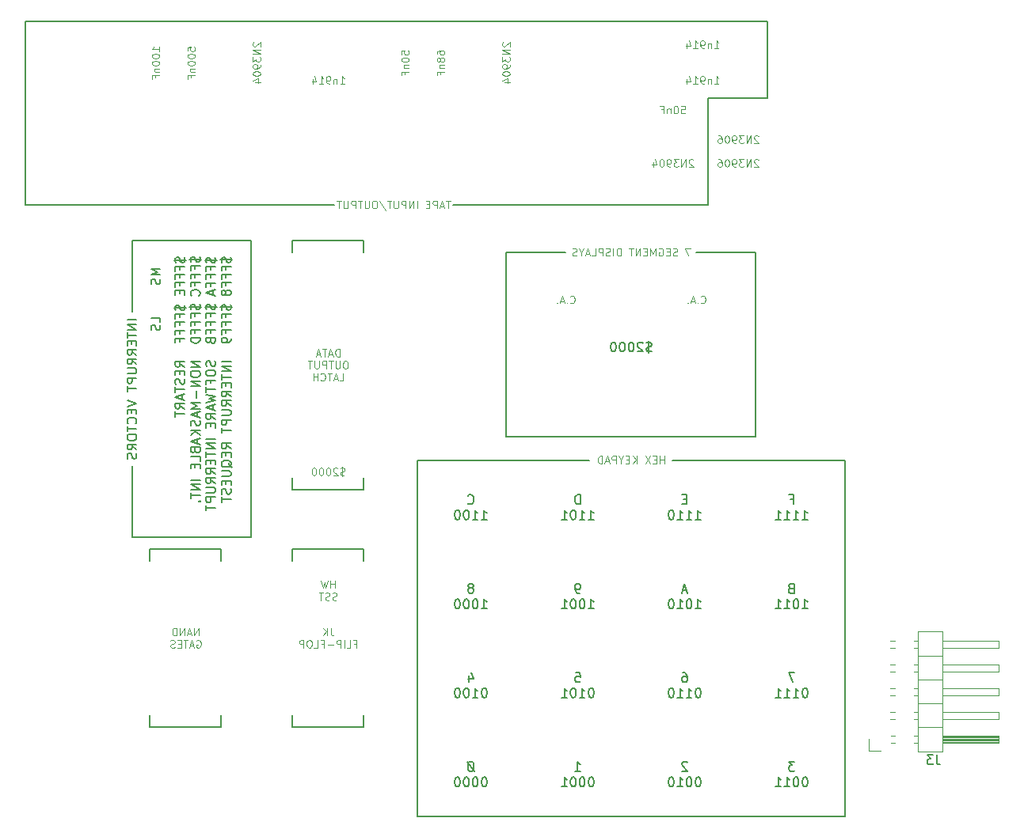
<source format=gbo>
G04 #@! TF.FileFunction,Legend,Bot*
%FSLAX46Y46*%
G04 Gerber Fmt 4.6, Leading zero omitted, Abs format (unit mm)*
G04 Created by KiCad (PCBNEW 4.0.7) date 11/14/19 19:03:20*
%MOMM*%
%LPD*%
G01*
G04 APERTURE LIST*
%ADD10C,0.100000*%
%ADD11C,0.150000*%
%ADD12C,0.200000*%
%ADD13C,0.120000*%
G04 APERTURE END LIST*
D10*
X173196190Y-88550714D02*
X173234285Y-88588810D01*
X173348571Y-88626905D01*
X173424761Y-88626905D01*
X173539047Y-88588810D01*
X173615238Y-88512619D01*
X173653333Y-88436429D01*
X173691428Y-88284048D01*
X173691428Y-88169762D01*
X173653333Y-88017381D01*
X173615238Y-87941190D01*
X173539047Y-87865000D01*
X173424761Y-87826905D01*
X173348571Y-87826905D01*
X173234285Y-87865000D01*
X173196190Y-87903095D01*
X172853333Y-88550714D02*
X172815238Y-88588810D01*
X172853333Y-88626905D01*
X172891428Y-88588810D01*
X172853333Y-88550714D01*
X172853333Y-88626905D01*
X172510476Y-88398333D02*
X172129524Y-88398333D01*
X172586667Y-88626905D02*
X172320000Y-87826905D01*
X172053333Y-88626905D01*
X171786667Y-88550714D02*
X171748572Y-88588810D01*
X171786667Y-88626905D01*
X171824762Y-88588810D01*
X171786667Y-88550714D01*
X171786667Y-88626905D01*
X159226190Y-88550714D02*
X159264285Y-88588810D01*
X159378571Y-88626905D01*
X159454761Y-88626905D01*
X159569047Y-88588810D01*
X159645238Y-88512619D01*
X159683333Y-88436429D01*
X159721428Y-88284048D01*
X159721428Y-88169762D01*
X159683333Y-88017381D01*
X159645238Y-87941190D01*
X159569047Y-87865000D01*
X159454761Y-87826905D01*
X159378571Y-87826905D01*
X159264285Y-87865000D01*
X159226190Y-87903095D01*
X158883333Y-88550714D02*
X158845238Y-88588810D01*
X158883333Y-88626905D01*
X158921428Y-88588810D01*
X158883333Y-88550714D01*
X158883333Y-88626905D01*
X158540476Y-88398333D02*
X158159524Y-88398333D01*
X158616667Y-88626905D02*
X158350000Y-87826905D01*
X158083333Y-88626905D01*
X157816667Y-88550714D02*
X157778572Y-88588810D01*
X157816667Y-88626905D01*
X157854762Y-88588810D01*
X157816667Y-88550714D01*
X157816667Y-88626905D01*
D11*
X115387381Y-90638334D02*
X115387381Y-90162143D01*
X114387381Y-90162143D01*
X115339762Y-90924048D02*
X115387381Y-91066905D01*
X115387381Y-91305001D01*
X115339762Y-91400239D01*
X115292143Y-91447858D01*
X115196905Y-91495477D01*
X115101667Y-91495477D01*
X115006429Y-91447858D01*
X114958810Y-91400239D01*
X114911190Y-91305001D01*
X114863571Y-91114524D01*
X114815952Y-91019286D01*
X114768333Y-90971667D01*
X114673095Y-90924048D01*
X114577857Y-90924048D01*
X114482619Y-90971667D01*
X114435000Y-91019286D01*
X114387381Y-91114524D01*
X114387381Y-91352620D01*
X114435000Y-91495477D01*
X115387381Y-84915476D02*
X114387381Y-84915476D01*
X115101667Y-85248810D01*
X114387381Y-85582143D01*
X115387381Y-85582143D01*
X115339762Y-86010714D02*
X115387381Y-86153571D01*
X115387381Y-86391667D01*
X115339762Y-86486905D01*
X115292143Y-86534524D01*
X115196905Y-86582143D01*
X115101667Y-86582143D01*
X115006429Y-86534524D01*
X114958810Y-86486905D01*
X114911190Y-86391667D01*
X114863571Y-86201190D01*
X114815952Y-86105952D01*
X114768333Y-86058333D01*
X114673095Y-86010714D01*
X114577857Y-86010714D01*
X114482619Y-86058333D01*
X114435000Y-86105952D01*
X114387381Y-86201190D01*
X114387381Y-86439286D01*
X114435000Y-86582143D01*
X117944762Y-83701190D02*
X117992381Y-83844047D01*
X117992381Y-84082143D01*
X117944762Y-84177381D01*
X117897143Y-84225000D01*
X117801905Y-84272619D01*
X117706667Y-84272619D01*
X117611429Y-84225000D01*
X117563810Y-84177381D01*
X117516190Y-84082143D01*
X117468571Y-83891666D01*
X117420952Y-83796428D01*
X117373333Y-83748809D01*
X117278095Y-83701190D01*
X117182857Y-83701190D01*
X117087619Y-83748809D01*
X117040000Y-83796428D01*
X116992381Y-83891666D01*
X116992381Y-84129762D01*
X117040000Y-84272619D01*
X116849524Y-83986904D02*
X118135238Y-83986904D01*
X117468571Y-85034524D02*
X117468571Y-84701190D01*
X117992381Y-84701190D02*
X116992381Y-84701190D01*
X116992381Y-85177381D01*
X117468571Y-85891667D02*
X117468571Y-85558333D01*
X117992381Y-85558333D02*
X116992381Y-85558333D01*
X116992381Y-86034524D01*
X117468571Y-86748810D02*
X117468571Y-86415476D01*
X117992381Y-86415476D02*
X116992381Y-86415476D01*
X116992381Y-86891667D01*
X117468571Y-87272619D02*
X117468571Y-87605953D01*
X117992381Y-87748810D02*
X117992381Y-87272619D01*
X116992381Y-87272619D01*
X116992381Y-87748810D01*
X119594762Y-83653571D02*
X119642381Y-83796428D01*
X119642381Y-84034524D01*
X119594762Y-84129762D01*
X119547143Y-84177381D01*
X119451905Y-84225000D01*
X119356667Y-84225000D01*
X119261429Y-84177381D01*
X119213810Y-84129762D01*
X119166190Y-84034524D01*
X119118571Y-83844047D01*
X119070952Y-83748809D01*
X119023333Y-83701190D01*
X118928095Y-83653571D01*
X118832857Y-83653571D01*
X118737619Y-83701190D01*
X118690000Y-83748809D01*
X118642381Y-83844047D01*
X118642381Y-84082143D01*
X118690000Y-84225000D01*
X118499524Y-83939285D02*
X119785238Y-83939285D01*
X119118571Y-84986905D02*
X119118571Y-84653571D01*
X119642381Y-84653571D02*
X118642381Y-84653571D01*
X118642381Y-85129762D01*
X119118571Y-85844048D02*
X119118571Y-85510714D01*
X119642381Y-85510714D02*
X118642381Y-85510714D01*
X118642381Y-85986905D01*
X119118571Y-86701191D02*
X119118571Y-86367857D01*
X119642381Y-86367857D02*
X118642381Y-86367857D01*
X118642381Y-86844048D01*
X119547143Y-87796429D02*
X119594762Y-87748810D01*
X119642381Y-87605953D01*
X119642381Y-87510715D01*
X119594762Y-87367857D01*
X119499524Y-87272619D01*
X119404286Y-87225000D01*
X119213810Y-87177381D01*
X119070952Y-87177381D01*
X118880476Y-87225000D01*
X118785238Y-87272619D01*
X118690000Y-87367857D01*
X118642381Y-87510715D01*
X118642381Y-87605953D01*
X118690000Y-87748810D01*
X118737619Y-87796429D01*
X121244762Y-83725000D02*
X121292381Y-83867857D01*
X121292381Y-84105953D01*
X121244762Y-84201191D01*
X121197143Y-84248810D01*
X121101905Y-84296429D01*
X121006667Y-84296429D01*
X120911429Y-84248810D01*
X120863810Y-84201191D01*
X120816190Y-84105953D01*
X120768571Y-83915476D01*
X120720952Y-83820238D01*
X120673333Y-83772619D01*
X120578095Y-83725000D01*
X120482857Y-83725000D01*
X120387619Y-83772619D01*
X120340000Y-83820238D01*
X120292381Y-83915476D01*
X120292381Y-84153572D01*
X120340000Y-84296429D01*
X120149524Y-84010714D02*
X121435238Y-84010714D01*
X120768571Y-85058334D02*
X120768571Y-84725000D01*
X121292381Y-84725000D02*
X120292381Y-84725000D01*
X120292381Y-85201191D01*
X120768571Y-85915477D02*
X120768571Y-85582143D01*
X121292381Y-85582143D02*
X120292381Y-85582143D01*
X120292381Y-86058334D01*
X120768571Y-86772620D02*
X120768571Y-86439286D01*
X121292381Y-86439286D02*
X120292381Y-86439286D01*
X120292381Y-86915477D01*
X121006667Y-87248810D02*
X121006667Y-87725001D01*
X121292381Y-87153572D02*
X120292381Y-87486905D01*
X121292381Y-87820239D01*
X122894762Y-83677381D02*
X122942381Y-83820238D01*
X122942381Y-84058334D01*
X122894762Y-84153572D01*
X122847143Y-84201191D01*
X122751905Y-84248810D01*
X122656667Y-84248810D01*
X122561429Y-84201191D01*
X122513810Y-84153572D01*
X122466190Y-84058334D01*
X122418571Y-83867857D01*
X122370952Y-83772619D01*
X122323333Y-83725000D01*
X122228095Y-83677381D01*
X122132857Y-83677381D01*
X122037619Y-83725000D01*
X121990000Y-83772619D01*
X121942381Y-83867857D01*
X121942381Y-84105953D01*
X121990000Y-84248810D01*
X121799524Y-83963095D02*
X123085238Y-83963095D01*
X122418571Y-85010715D02*
X122418571Y-84677381D01*
X122942381Y-84677381D02*
X121942381Y-84677381D01*
X121942381Y-85153572D01*
X122418571Y-85867858D02*
X122418571Y-85534524D01*
X122942381Y-85534524D02*
X121942381Y-85534524D01*
X121942381Y-86010715D01*
X122418571Y-86725001D02*
X122418571Y-86391667D01*
X122942381Y-86391667D02*
X121942381Y-86391667D01*
X121942381Y-86867858D01*
X122370952Y-87391667D02*
X122323333Y-87296429D01*
X122275714Y-87248810D01*
X122180476Y-87201191D01*
X122132857Y-87201191D01*
X122037619Y-87248810D01*
X121990000Y-87296429D01*
X121942381Y-87391667D01*
X121942381Y-87582144D01*
X121990000Y-87677382D01*
X122037619Y-87725001D01*
X122132857Y-87772620D01*
X122180476Y-87772620D01*
X122275714Y-87725001D01*
X122323333Y-87677382D01*
X122370952Y-87582144D01*
X122370952Y-87391667D01*
X122418571Y-87296429D01*
X122466190Y-87248810D01*
X122561429Y-87201191D01*
X122751905Y-87201191D01*
X122847143Y-87248810D01*
X122894762Y-87296429D01*
X122942381Y-87391667D01*
X122942381Y-87582144D01*
X122894762Y-87677382D01*
X122847143Y-87725001D01*
X122751905Y-87772620D01*
X122561429Y-87772620D01*
X122466190Y-87725001D01*
X122418571Y-87677382D01*
X122370952Y-87582144D01*
D12*
X112395000Y-113665000D02*
X112395000Y-106045000D01*
X112395000Y-81915000D02*
X112395000Y-89535000D01*
X125095000Y-113665000D02*
X125095000Y-83185000D01*
X112395000Y-113665000D02*
X125095000Y-113665000D01*
D11*
X112847381Y-90385238D02*
X111847381Y-90385238D01*
X112847381Y-90861428D02*
X111847381Y-90861428D01*
X112847381Y-91432857D01*
X111847381Y-91432857D01*
X111847381Y-91766190D02*
X111847381Y-92337619D01*
X112847381Y-92051904D02*
X111847381Y-92051904D01*
X112323571Y-92670952D02*
X112323571Y-93004286D01*
X112847381Y-93147143D02*
X112847381Y-92670952D01*
X111847381Y-92670952D01*
X111847381Y-93147143D01*
X112847381Y-94147143D02*
X112371190Y-93813809D01*
X112847381Y-93575714D02*
X111847381Y-93575714D01*
X111847381Y-93956667D01*
X111895000Y-94051905D01*
X111942619Y-94099524D01*
X112037857Y-94147143D01*
X112180714Y-94147143D01*
X112275952Y-94099524D01*
X112323571Y-94051905D01*
X112371190Y-93956667D01*
X112371190Y-93575714D01*
X112847381Y-95147143D02*
X112371190Y-94813809D01*
X112847381Y-94575714D02*
X111847381Y-94575714D01*
X111847381Y-94956667D01*
X111895000Y-95051905D01*
X111942619Y-95099524D01*
X112037857Y-95147143D01*
X112180714Y-95147143D01*
X112275952Y-95099524D01*
X112323571Y-95051905D01*
X112371190Y-94956667D01*
X112371190Y-94575714D01*
X111847381Y-95575714D02*
X112656905Y-95575714D01*
X112752143Y-95623333D01*
X112799762Y-95670952D01*
X112847381Y-95766190D01*
X112847381Y-95956667D01*
X112799762Y-96051905D01*
X112752143Y-96099524D01*
X112656905Y-96147143D01*
X111847381Y-96147143D01*
X112847381Y-96623333D02*
X111847381Y-96623333D01*
X111847381Y-97004286D01*
X111895000Y-97099524D01*
X111942619Y-97147143D01*
X112037857Y-97194762D01*
X112180714Y-97194762D01*
X112275952Y-97147143D01*
X112323571Y-97099524D01*
X112371190Y-97004286D01*
X112371190Y-96623333D01*
X111847381Y-97480476D02*
X111847381Y-98051905D01*
X112847381Y-97766190D02*
X111847381Y-97766190D01*
X111847381Y-99004286D02*
X112847381Y-99337619D01*
X111847381Y-99670953D01*
X112323571Y-100004286D02*
X112323571Y-100337620D01*
X112847381Y-100480477D02*
X112847381Y-100004286D01*
X111847381Y-100004286D01*
X111847381Y-100480477D01*
X112752143Y-101480477D02*
X112799762Y-101432858D01*
X112847381Y-101290001D01*
X112847381Y-101194763D01*
X112799762Y-101051905D01*
X112704524Y-100956667D01*
X112609286Y-100909048D01*
X112418810Y-100861429D01*
X112275952Y-100861429D01*
X112085476Y-100909048D01*
X111990238Y-100956667D01*
X111895000Y-101051905D01*
X111847381Y-101194763D01*
X111847381Y-101290001D01*
X111895000Y-101432858D01*
X111942619Y-101480477D01*
X111847381Y-101766191D02*
X111847381Y-102337620D01*
X112847381Y-102051905D02*
X111847381Y-102051905D01*
X111847381Y-102861429D02*
X111847381Y-103051906D01*
X111895000Y-103147144D01*
X111990238Y-103242382D01*
X112180714Y-103290001D01*
X112514048Y-103290001D01*
X112704524Y-103242382D01*
X112799762Y-103147144D01*
X112847381Y-103051906D01*
X112847381Y-102861429D01*
X112799762Y-102766191D01*
X112704524Y-102670953D01*
X112514048Y-102623334D01*
X112180714Y-102623334D01*
X111990238Y-102670953D01*
X111895000Y-102766191D01*
X111847381Y-102861429D01*
X112847381Y-104290001D02*
X112371190Y-103956667D01*
X112847381Y-103718572D02*
X111847381Y-103718572D01*
X111847381Y-104099525D01*
X111895000Y-104194763D01*
X111942619Y-104242382D01*
X112037857Y-104290001D01*
X112180714Y-104290001D01*
X112275952Y-104242382D01*
X112323571Y-104194763D01*
X112371190Y-104099525D01*
X112371190Y-103718572D01*
X112799762Y-104670953D02*
X112847381Y-104813810D01*
X112847381Y-105051906D01*
X112799762Y-105147144D01*
X112752143Y-105194763D01*
X112656905Y-105242382D01*
X112561667Y-105242382D01*
X112466429Y-105194763D01*
X112418810Y-105147144D01*
X112371190Y-105051906D01*
X112323571Y-104861429D01*
X112275952Y-104766191D01*
X112228333Y-104718572D01*
X112133095Y-104670953D01*
X112037857Y-104670953D01*
X111942619Y-104718572D01*
X111895000Y-104766191D01*
X111847381Y-104861429D01*
X111847381Y-105099525D01*
X111895000Y-105242382D01*
D12*
X125095000Y-81915000D02*
X125095000Y-83185000D01*
X112395000Y-81915000D02*
X125095000Y-81915000D01*
D11*
X117992381Y-95424524D02*
X117516190Y-95091190D01*
X117992381Y-94853095D02*
X116992381Y-94853095D01*
X116992381Y-95234048D01*
X117040000Y-95329286D01*
X117087619Y-95376905D01*
X117182857Y-95424524D01*
X117325714Y-95424524D01*
X117420952Y-95376905D01*
X117468571Y-95329286D01*
X117516190Y-95234048D01*
X117516190Y-94853095D01*
X117468571Y-95853095D02*
X117468571Y-96186429D01*
X117992381Y-96329286D02*
X117992381Y-95853095D01*
X116992381Y-95853095D01*
X116992381Y-96329286D01*
X117944762Y-96710238D02*
X117992381Y-96853095D01*
X117992381Y-97091191D01*
X117944762Y-97186429D01*
X117897143Y-97234048D01*
X117801905Y-97281667D01*
X117706667Y-97281667D01*
X117611429Y-97234048D01*
X117563810Y-97186429D01*
X117516190Y-97091191D01*
X117468571Y-96900714D01*
X117420952Y-96805476D01*
X117373333Y-96757857D01*
X117278095Y-96710238D01*
X117182857Y-96710238D01*
X117087619Y-96757857D01*
X117040000Y-96805476D01*
X116992381Y-96900714D01*
X116992381Y-97138810D01*
X117040000Y-97281667D01*
X116992381Y-97567381D02*
X116992381Y-98138810D01*
X117992381Y-97853095D02*
X116992381Y-97853095D01*
X117706667Y-98424524D02*
X117706667Y-98900715D01*
X117992381Y-98329286D02*
X116992381Y-98662619D01*
X117992381Y-98995953D01*
X117992381Y-99900715D02*
X117516190Y-99567381D01*
X117992381Y-99329286D02*
X116992381Y-99329286D01*
X116992381Y-99710239D01*
X117040000Y-99805477D01*
X117087619Y-99853096D01*
X117182857Y-99900715D01*
X117325714Y-99900715D01*
X117420952Y-99853096D01*
X117468571Y-99805477D01*
X117516190Y-99710239D01*
X117516190Y-99329286D01*
X116992381Y-100186429D02*
X116992381Y-100757858D01*
X117992381Y-100472143D02*
X116992381Y-100472143D01*
X119642381Y-94853095D02*
X118642381Y-94853095D01*
X119642381Y-95424524D01*
X118642381Y-95424524D01*
X118642381Y-96091190D02*
X118642381Y-96281667D01*
X118690000Y-96376905D01*
X118785238Y-96472143D01*
X118975714Y-96519762D01*
X119309048Y-96519762D01*
X119499524Y-96472143D01*
X119594762Y-96376905D01*
X119642381Y-96281667D01*
X119642381Y-96091190D01*
X119594762Y-95995952D01*
X119499524Y-95900714D01*
X119309048Y-95853095D01*
X118975714Y-95853095D01*
X118785238Y-95900714D01*
X118690000Y-95995952D01*
X118642381Y-96091190D01*
X119642381Y-96948333D02*
X118642381Y-96948333D01*
X119642381Y-97519762D01*
X118642381Y-97519762D01*
X119261429Y-97995952D02*
X119261429Y-98757857D01*
X119642381Y-99234047D02*
X118642381Y-99234047D01*
X119356667Y-99567381D01*
X118642381Y-99900714D01*
X119642381Y-99900714D01*
X119356667Y-100329285D02*
X119356667Y-100805476D01*
X119642381Y-100234047D02*
X118642381Y-100567380D01*
X119642381Y-100900714D01*
X119594762Y-101186428D02*
X119642381Y-101329285D01*
X119642381Y-101567381D01*
X119594762Y-101662619D01*
X119547143Y-101710238D01*
X119451905Y-101757857D01*
X119356667Y-101757857D01*
X119261429Y-101710238D01*
X119213810Y-101662619D01*
X119166190Y-101567381D01*
X119118571Y-101376904D01*
X119070952Y-101281666D01*
X119023333Y-101234047D01*
X118928095Y-101186428D01*
X118832857Y-101186428D01*
X118737619Y-101234047D01*
X118690000Y-101281666D01*
X118642381Y-101376904D01*
X118642381Y-101615000D01*
X118690000Y-101757857D01*
X119642381Y-102186428D02*
X118642381Y-102186428D01*
X119642381Y-102757857D02*
X119070952Y-102329285D01*
X118642381Y-102757857D02*
X119213810Y-102186428D01*
X119356667Y-103138809D02*
X119356667Y-103615000D01*
X119642381Y-103043571D02*
X118642381Y-103376904D01*
X119642381Y-103710238D01*
X119118571Y-104376905D02*
X119166190Y-104519762D01*
X119213810Y-104567381D01*
X119309048Y-104615000D01*
X119451905Y-104615000D01*
X119547143Y-104567381D01*
X119594762Y-104519762D01*
X119642381Y-104424524D01*
X119642381Y-104043571D01*
X118642381Y-104043571D01*
X118642381Y-104376905D01*
X118690000Y-104472143D01*
X118737619Y-104519762D01*
X118832857Y-104567381D01*
X118928095Y-104567381D01*
X119023333Y-104519762D01*
X119070952Y-104472143D01*
X119118571Y-104376905D01*
X119118571Y-104043571D01*
X119642381Y-105519762D02*
X119642381Y-105043571D01*
X118642381Y-105043571D01*
X119118571Y-105853095D02*
X119118571Y-106186429D01*
X119642381Y-106329286D02*
X119642381Y-105853095D01*
X118642381Y-105853095D01*
X118642381Y-106329286D01*
X119642381Y-107519762D02*
X118642381Y-107519762D01*
X119642381Y-107995952D02*
X118642381Y-107995952D01*
X119642381Y-108567381D01*
X118642381Y-108567381D01*
X118642381Y-108900714D02*
X118642381Y-109472143D01*
X119642381Y-109186428D02*
X118642381Y-109186428D01*
X119547143Y-109805476D02*
X119594762Y-109853095D01*
X119642381Y-109805476D01*
X119594762Y-109757857D01*
X119547143Y-109805476D01*
X119642381Y-109805476D01*
X121244762Y-94805476D02*
X121292381Y-94948333D01*
X121292381Y-95186429D01*
X121244762Y-95281667D01*
X121197143Y-95329286D01*
X121101905Y-95376905D01*
X121006667Y-95376905D01*
X120911429Y-95329286D01*
X120863810Y-95281667D01*
X120816190Y-95186429D01*
X120768571Y-94995952D01*
X120720952Y-94900714D01*
X120673333Y-94853095D01*
X120578095Y-94805476D01*
X120482857Y-94805476D01*
X120387619Y-94853095D01*
X120340000Y-94900714D01*
X120292381Y-94995952D01*
X120292381Y-95234048D01*
X120340000Y-95376905D01*
X120292381Y-95995952D02*
X120292381Y-96186429D01*
X120340000Y-96281667D01*
X120435238Y-96376905D01*
X120625714Y-96424524D01*
X120959048Y-96424524D01*
X121149524Y-96376905D01*
X121244762Y-96281667D01*
X121292381Y-96186429D01*
X121292381Y-95995952D01*
X121244762Y-95900714D01*
X121149524Y-95805476D01*
X120959048Y-95757857D01*
X120625714Y-95757857D01*
X120435238Y-95805476D01*
X120340000Y-95900714D01*
X120292381Y-95995952D01*
X120768571Y-97186429D02*
X120768571Y-96853095D01*
X121292381Y-96853095D02*
X120292381Y-96853095D01*
X120292381Y-97329286D01*
X120292381Y-97567381D02*
X120292381Y-98138810D01*
X121292381Y-97853095D02*
X120292381Y-97853095D01*
X120292381Y-98376905D02*
X121292381Y-98615000D01*
X120578095Y-98805477D01*
X121292381Y-98995953D01*
X120292381Y-99234048D01*
X121006667Y-99567381D02*
X121006667Y-100043572D01*
X121292381Y-99472143D02*
X120292381Y-99805476D01*
X121292381Y-100138810D01*
X121292381Y-101043572D02*
X120816190Y-100710238D01*
X121292381Y-100472143D02*
X120292381Y-100472143D01*
X120292381Y-100853096D01*
X120340000Y-100948334D01*
X120387619Y-100995953D01*
X120482857Y-101043572D01*
X120625714Y-101043572D01*
X120720952Y-100995953D01*
X120768571Y-100948334D01*
X120816190Y-100853096D01*
X120816190Y-100472143D01*
X120768571Y-101472143D02*
X120768571Y-101805477D01*
X121292381Y-101948334D02*
X121292381Y-101472143D01*
X120292381Y-101472143D01*
X120292381Y-101948334D01*
X121292381Y-103138810D02*
X120292381Y-103138810D01*
X121292381Y-103615000D02*
X120292381Y-103615000D01*
X121292381Y-104186429D01*
X120292381Y-104186429D01*
X120292381Y-104519762D02*
X120292381Y-105091191D01*
X121292381Y-104805476D02*
X120292381Y-104805476D01*
X120768571Y-105424524D02*
X120768571Y-105757858D01*
X121292381Y-105900715D02*
X121292381Y-105424524D01*
X120292381Y-105424524D01*
X120292381Y-105900715D01*
X121292381Y-106900715D02*
X120816190Y-106567381D01*
X121292381Y-106329286D02*
X120292381Y-106329286D01*
X120292381Y-106710239D01*
X120340000Y-106805477D01*
X120387619Y-106853096D01*
X120482857Y-106900715D01*
X120625714Y-106900715D01*
X120720952Y-106853096D01*
X120768571Y-106805477D01*
X120816190Y-106710239D01*
X120816190Y-106329286D01*
X121292381Y-107900715D02*
X120816190Y-107567381D01*
X121292381Y-107329286D02*
X120292381Y-107329286D01*
X120292381Y-107710239D01*
X120340000Y-107805477D01*
X120387619Y-107853096D01*
X120482857Y-107900715D01*
X120625714Y-107900715D01*
X120720952Y-107853096D01*
X120768571Y-107805477D01*
X120816190Y-107710239D01*
X120816190Y-107329286D01*
X120292381Y-108329286D02*
X121101905Y-108329286D01*
X121197143Y-108376905D01*
X121244762Y-108424524D01*
X121292381Y-108519762D01*
X121292381Y-108710239D01*
X121244762Y-108805477D01*
X121197143Y-108853096D01*
X121101905Y-108900715D01*
X120292381Y-108900715D01*
X121292381Y-109376905D02*
X120292381Y-109376905D01*
X120292381Y-109757858D01*
X120340000Y-109853096D01*
X120387619Y-109900715D01*
X120482857Y-109948334D01*
X120625714Y-109948334D01*
X120720952Y-109900715D01*
X120768571Y-109853096D01*
X120816190Y-109757858D01*
X120816190Y-109376905D01*
X120292381Y-110234048D02*
X120292381Y-110805477D01*
X121292381Y-110519762D02*
X120292381Y-110519762D01*
X122942381Y-94853095D02*
X121942381Y-94853095D01*
X122942381Y-95329285D02*
X121942381Y-95329285D01*
X122942381Y-95900714D01*
X121942381Y-95900714D01*
X121942381Y-96234047D02*
X121942381Y-96805476D01*
X122942381Y-96519761D02*
X121942381Y-96519761D01*
X122418571Y-97138809D02*
X122418571Y-97472143D01*
X122942381Y-97615000D02*
X122942381Y-97138809D01*
X121942381Y-97138809D01*
X121942381Y-97615000D01*
X122942381Y-98615000D02*
X122466190Y-98281666D01*
X122942381Y-98043571D02*
X121942381Y-98043571D01*
X121942381Y-98424524D01*
X121990000Y-98519762D01*
X122037619Y-98567381D01*
X122132857Y-98615000D01*
X122275714Y-98615000D01*
X122370952Y-98567381D01*
X122418571Y-98519762D01*
X122466190Y-98424524D01*
X122466190Y-98043571D01*
X122942381Y-99615000D02*
X122466190Y-99281666D01*
X122942381Y-99043571D02*
X121942381Y-99043571D01*
X121942381Y-99424524D01*
X121990000Y-99519762D01*
X122037619Y-99567381D01*
X122132857Y-99615000D01*
X122275714Y-99615000D01*
X122370952Y-99567381D01*
X122418571Y-99519762D01*
X122466190Y-99424524D01*
X122466190Y-99043571D01*
X121942381Y-100043571D02*
X122751905Y-100043571D01*
X122847143Y-100091190D01*
X122894762Y-100138809D01*
X122942381Y-100234047D01*
X122942381Y-100424524D01*
X122894762Y-100519762D01*
X122847143Y-100567381D01*
X122751905Y-100615000D01*
X121942381Y-100615000D01*
X122942381Y-101091190D02*
X121942381Y-101091190D01*
X121942381Y-101472143D01*
X121990000Y-101567381D01*
X122037619Y-101615000D01*
X122132857Y-101662619D01*
X122275714Y-101662619D01*
X122370952Y-101615000D01*
X122418571Y-101567381D01*
X122466190Y-101472143D01*
X122466190Y-101091190D01*
X121942381Y-101948333D02*
X121942381Y-102519762D01*
X122942381Y-102234047D02*
X121942381Y-102234047D01*
X122942381Y-104186429D02*
X122466190Y-103853095D01*
X122942381Y-103615000D02*
X121942381Y-103615000D01*
X121942381Y-103995953D01*
X121990000Y-104091191D01*
X122037619Y-104138810D01*
X122132857Y-104186429D01*
X122275714Y-104186429D01*
X122370952Y-104138810D01*
X122418571Y-104091191D01*
X122466190Y-103995953D01*
X122466190Y-103615000D01*
X122418571Y-104615000D02*
X122418571Y-104948334D01*
X122942381Y-105091191D02*
X122942381Y-104615000D01*
X121942381Y-104615000D01*
X121942381Y-105091191D01*
X123037619Y-106186429D02*
X122990000Y-106091191D01*
X122894762Y-105995953D01*
X122751905Y-105853096D01*
X122704286Y-105757857D01*
X122704286Y-105662619D01*
X122942381Y-105710238D02*
X122894762Y-105615000D01*
X122799524Y-105519762D01*
X122609048Y-105472143D01*
X122275714Y-105472143D01*
X122085238Y-105519762D01*
X121990000Y-105615000D01*
X121942381Y-105710238D01*
X121942381Y-105900715D01*
X121990000Y-105995953D01*
X122085238Y-106091191D01*
X122275714Y-106138810D01*
X122609048Y-106138810D01*
X122799524Y-106091191D01*
X122894762Y-105995953D01*
X122942381Y-105900715D01*
X122942381Y-105710238D01*
X121942381Y-106567381D02*
X122751905Y-106567381D01*
X122847143Y-106615000D01*
X122894762Y-106662619D01*
X122942381Y-106757857D01*
X122942381Y-106948334D01*
X122894762Y-107043572D01*
X122847143Y-107091191D01*
X122751905Y-107138810D01*
X121942381Y-107138810D01*
X122418571Y-107615000D02*
X122418571Y-107948334D01*
X122942381Y-108091191D02*
X122942381Y-107615000D01*
X121942381Y-107615000D01*
X121942381Y-108091191D01*
X122894762Y-108472143D02*
X122942381Y-108615000D01*
X122942381Y-108853096D01*
X122894762Y-108948334D01*
X122847143Y-108995953D01*
X122751905Y-109043572D01*
X122656667Y-109043572D01*
X122561429Y-108995953D01*
X122513810Y-108948334D01*
X122466190Y-108853096D01*
X122418571Y-108662619D01*
X122370952Y-108567381D01*
X122323333Y-108519762D01*
X122228095Y-108472143D01*
X122132857Y-108472143D01*
X122037619Y-108519762D01*
X121990000Y-108567381D01*
X121942381Y-108662619D01*
X121942381Y-108900715D01*
X121990000Y-109043572D01*
X121942381Y-109329286D02*
X121942381Y-109900715D01*
X122942381Y-109615000D02*
X121942381Y-109615000D01*
X117944762Y-88805000D02*
X117992381Y-88947857D01*
X117992381Y-89185953D01*
X117944762Y-89281191D01*
X117897143Y-89328810D01*
X117801905Y-89376429D01*
X117706667Y-89376429D01*
X117611429Y-89328810D01*
X117563810Y-89281191D01*
X117516190Y-89185953D01*
X117468571Y-88995476D01*
X117420952Y-88900238D01*
X117373333Y-88852619D01*
X117278095Y-88805000D01*
X117182857Y-88805000D01*
X117087619Y-88852619D01*
X117040000Y-88900238D01*
X116992381Y-88995476D01*
X116992381Y-89233572D01*
X117040000Y-89376429D01*
X116849524Y-89090714D02*
X118135238Y-89090714D01*
X117468571Y-90138334D02*
X117468571Y-89805000D01*
X117992381Y-89805000D02*
X116992381Y-89805000D01*
X116992381Y-90281191D01*
X117468571Y-90995477D02*
X117468571Y-90662143D01*
X117992381Y-90662143D02*
X116992381Y-90662143D01*
X116992381Y-91138334D01*
X117468571Y-91852620D02*
X117468571Y-91519286D01*
X117992381Y-91519286D02*
X116992381Y-91519286D01*
X116992381Y-91995477D01*
X117468571Y-92709763D02*
X117468571Y-92376429D01*
X117992381Y-92376429D02*
X116992381Y-92376429D01*
X116992381Y-92852620D01*
X119594762Y-88733571D02*
X119642381Y-88876428D01*
X119642381Y-89114524D01*
X119594762Y-89209762D01*
X119547143Y-89257381D01*
X119451905Y-89305000D01*
X119356667Y-89305000D01*
X119261429Y-89257381D01*
X119213810Y-89209762D01*
X119166190Y-89114524D01*
X119118571Y-88924047D01*
X119070952Y-88828809D01*
X119023333Y-88781190D01*
X118928095Y-88733571D01*
X118832857Y-88733571D01*
X118737619Y-88781190D01*
X118690000Y-88828809D01*
X118642381Y-88924047D01*
X118642381Y-89162143D01*
X118690000Y-89305000D01*
X118499524Y-89019285D02*
X119785238Y-89019285D01*
X119118571Y-90066905D02*
X119118571Y-89733571D01*
X119642381Y-89733571D02*
X118642381Y-89733571D01*
X118642381Y-90209762D01*
X119118571Y-90924048D02*
X119118571Y-90590714D01*
X119642381Y-90590714D02*
X118642381Y-90590714D01*
X118642381Y-91066905D01*
X119118571Y-91781191D02*
X119118571Y-91447857D01*
X119642381Y-91447857D02*
X118642381Y-91447857D01*
X118642381Y-91924048D01*
X119642381Y-92305000D02*
X118642381Y-92305000D01*
X118642381Y-92543095D01*
X118690000Y-92685953D01*
X118785238Y-92781191D01*
X118880476Y-92828810D01*
X119070952Y-92876429D01*
X119213810Y-92876429D01*
X119404286Y-92828810D01*
X119499524Y-92781191D01*
X119594762Y-92685953D01*
X119642381Y-92543095D01*
X119642381Y-92305000D01*
X121244762Y-88733571D02*
X121292381Y-88876428D01*
X121292381Y-89114524D01*
X121244762Y-89209762D01*
X121197143Y-89257381D01*
X121101905Y-89305000D01*
X121006667Y-89305000D01*
X120911429Y-89257381D01*
X120863810Y-89209762D01*
X120816190Y-89114524D01*
X120768571Y-88924047D01*
X120720952Y-88828809D01*
X120673333Y-88781190D01*
X120578095Y-88733571D01*
X120482857Y-88733571D01*
X120387619Y-88781190D01*
X120340000Y-88828809D01*
X120292381Y-88924047D01*
X120292381Y-89162143D01*
X120340000Y-89305000D01*
X120149524Y-89019285D02*
X121435238Y-89019285D01*
X120768571Y-90066905D02*
X120768571Y-89733571D01*
X121292381Y-89733571D02*
X120292381Y-89733571D01*
X120292381Y-90209762D01*
X120768571Y-90924048D02*
X120768571Y-90590714D01*
X121292381Y-90590714D02*
X120292381Y-90590714D01*
X120292381Y-91066905D01*
X120768571Y-91781191D02*
X120768571Y-91447857D01*
X121292381Y-91447857D02*
X120292381Y-91447857D01*
X120292381Y-91924048D01*
X120768571Y-92638334D02*
X120816190Y-92781191D01*
X120863810Y-92828810D01*
X120959048Y-92876429D01*
X121101905Y-92876429D01*
X121197143Y-92828810D01*
X121244762Y-92781191D01*
X121292381Y-92685953D01*
X121292381Y-92305000D01*
X120292381Y-92305000D01*
X120292381Y-92638334D01*
X120340000Y-92733572D01*
X120387619Y-92781191D01*
X120482857Y-92828810D01*
X120578095Y-92828810D01*
X120673333Y-92781191D01*
X120720952Y-92733572D01*
X120768571Y-92638334D01*
X120768571Y-92305000D01*
X122894762Y-88757381D02*
X122942381Y-88900238D01*
X122942381Y-89138334D01*
X122894762Y-89233572D01*
X122847143Y-89281191D01*
X122751905Y-89328810D01*
X122656667Y-89328810D01*
X122561429Y-89281191D01*
X122513810Y-89233572D01*
X122466190Y-89138334D01*
X122418571Y-88947857D01*
X122370952Y-88852619D01*
X122323333Y-88805000D01*
X122228095Y-88757381D01*
X122132857Y-88757381D01*
X122037619Y-88805000D01*
X121990000Y-88852619D01*
X121942381Y-88947857D01*
X121942381Y-89185953D01*
X121990000Y-89328810D01*
X121799524Y-89043095D02*
X123085238Y-89043095D01*
X122418571Y-90090715D02*
X122418571Y-89757381D01*
X122942381Y-89757381D02*
X121942381Y-89757381D01*
X121942381Y-90233572D01*
X122418571Y-90947858D02*
X122418571Y-90614524D01*
X122942381Y-90614524D02*
X121942381Y-90614524D01*
X121942381Y-91090715D01*
X122418571Y-91805001D02*
X122418571Y-91471667D01*
X122942381Y-91471667D02*
X121942381Y-91471667D01*
X121942381Y-91947858D01*
X122942381Y-92376429D02*
X122942381Y-92566905D01*
X122894762Y-92662144D01*
X122847143Y-92709763D01*
X122704286Y-92805001D01*
X122513810Y-92852620D01*
X122132857Y-92852620D01*
X122037619Y-92805001D01*
X121990000Y-92757382D01*
X121942381Y-92662144D01*
X121942381Y-92471667D01*
X121990000Y-92376429D01*
X122037619Y-92328810D01*
X122132857Y-92281191D01*
X122370952Y-92281191D01*
X122466190Y-92328810D01*
X122513810Y-92376429D01*
X122561429Y-92471667D01*
X122561429Y-92662144D01*
X122513810Y-92757382D01*
X122466190Y-92805001D01*
X122370952Y-92852620D01*
D12*
X146685000Y-78105000D02*
X173990000Y-78105000D01*
X133985000Y-78105000D02*
X100965000Y-78105000D01*
D10*
X146392143Y-77666905D02*
X145935000Y-77666905D01*
X146163571Y-78466905D02*
X146163571Y-77666905D01*
X145706428Y-78238333D02*
X145325476Y-78238333D01*
X145782619Y-78466905D02*
X145515952Y-77666905D01*
X145249285Y-78466905D01*
X144982619Y-78466905D02*
X144982619Y-77666905D01*
X144677857Y-77666905D01*
X144601666Y-77705000D01*
X144563571Y-77743095D01*
X144525476Y-77819286D01*
X144525476Y-77933571D01*
X144563571Y-78009762D01*
X144601666Y-78047857D01*
X144677857Y-78085952D01*
X144982619Y-78085952D01*
X144182619Y-78047857D02*
X143915952Y-78047857D01*
X143801666Y-78466905D02*
X144182619Y-78466905D01*
X144182619Y-77666905D01*
X143801666Y-77666905D01*
X142849285Y-78466905D02*
X142849285Y-77666905D01*
X142468333Y-78466905D02*
X142468333Y-77666905D01*
X142011190Y-78466905D01*
X142011190Y-77666905D01*
X141630238Y-78466905D02*
X141630238Y-77666905D01*
X141325476Y-77666905D01*
X141249285Y-77705000D01*
X141211190Y-77743095D01*
X141173095Y-77819286D01*
X141173095Y-77933571D01*
X141211190Y-78009762D01*
X141249285Y-78047857D01*
X141325476Y-78085952D01*
X141630238Y-78085952D01*
X140830238Y-77666905D02*
X140830238Y-78314524D01*
X140792143Y-78390714D01*
X140754047Y-78428810D01*
X140677857Y-78466905D01*
X140525476Y-78466905D01*
X140449285Y-78428810D01*
X140411190Y-78390714D01*
X140373095Y-78314524D01*
X140373095Y-77666905D01*
X140106429Y-77666905D02*
X139649286Y-77666905D01*
X139877857Y-78466905D02*
X139877857Y-77666905D01*
X138811190Y-77628810D02*
X139496905Y-78657381D01*
X138392143Y-77666905D02*
X138239762Y-77666905D01*
X138163571Y-77705000D01*
X138087381Y-77781190D01*
X138049286Y-77933571D01*
X138049286Y-78200238D01*
X138087381Y-78352619D01*
X138163571Y-78428810D01*
X138239762Y-78466905D01*
X138392143Y-78466905D01*
X138468333Y-78428810D01*
X138544524Y-78352619D01*
X138582619Y-78200238D01*
X138582619Y-77933571D01*
X138544524Y-77781190D01*
X138468333Y-77705000D01*
X138392143Y-77666905D01*
X137706429Y-77666905D02*
X137706429Y-78314524D01*
X137668334Y-78390714D01*
X137630238Y-78428810D01*
X137554048Y-78466905D01*
X137401667Y-78466905D01*
X137325476Y-78428810D01*
X137287381Y-78390714D01*
X137249286Y-78314524D01*
X137249286Y-77666905D01*
X136982620Y-77666905D02*
X136525477Y-77666905D01*
X136754048Y-78466905D02*
X136754048Y-77666905D01*
X136258810Y-78466905D02*
X136258810Y-77666905D01*
X135954048Y-77666905D01*
X135877857Y-77705000D01*
X135839762Y-77743095D01*
X135801667Y-77819286D01*
X135801667Y-77933571D01*
X135839762Y-78009762D01*
X135877857Y-78047857D01*
X135954048Y-78085952D01*
X136258810Y-78085952D01*
X135458810Y-77666905D02*
X135458810Y-78314524D01*
X135420715Y-78390714D01*
X135382619Y-78428810D01*
X135306429Y-78466905D01*
X135154048Y-78466905D01*
X135077857Y-78428810D01*
X135039762Y-78390714D01*
X135001667Y-78314524D01*
X135001667Y-77666905D01*
X134735001Y-77666905D02*
X134277858Y-77666905D01*
X134506429Y-78466905D02*
X134506429Y-77666905D01*
D12*
X180340000Y-58420000D02*
X180340000Y-59055000D01*
X100965000Y-58420000D02*
X180340000Y-58420000D01*
X100965000Y-78105000D02*
X100965000Y-58420000D01*
X173990000Y-66675000D02*
X173990000Y-78105000D01*
X180340000Y-66675000D02*
X173990000Y-66675000D01*
X180340000Y-59055000D02*
X180340000Y-66675000D01*
X179070000Y-83185000D02*
X172720000Y-83185000D01*
X179070000Y-102870000D02*
X179070000Y-83185000D01*
X152400000Y-102870000D02*
X179070000Y-102870000D01*
X152400000Y-83185000D02*
X152400000Y-102870000D01*
X158750000Y-83185000D02*
X152400000Y-83185000D01*
D10*
X172058810Y-82746905D02*
X171525477Y-82746905D01*
X171868334Y-83546905D01*
X170649286Y-83508810D02*
X170535000Y-83546905D01*
X170344524Y-83546905D01*
X170268334Y-83508810D01*
X170230238Y-83470714D01*
X170192143Y-83394524D01*
X170192143Y-83318333D01*
X170230238Y-83242143D01*
X170268334Y-83204048D01*
X170344524Y-83165952D01*
X170496905Y-83127857D01*
X170573096Y-83089762D01*
X170611191Y-83051667D01*
X170649286Y-82975476D01*
X170649286Y-82899286D01*
X170611191Y-82823095D01*
X170573096Y-82785000D01*
X170496905Y-82746905D01*
X170306429Y-82746905D01*
X170192143Y-82785000D01*
X169849286Y-83127857D02*
X169582619Y-83127857D01*
X169468333Y-83546905D02*
X169849286Y-83546905D01*
X169849286Y-82746905D01*
X169468333Y-82746905D01*
X168706428Y-82785000D02*
X168782619Y-82746905D01*
X168896904Y-82746905D01*
X169011190Y-82785000D01*
X169087381Y-82861190D01*
X169125476Y-82937381D01*
X169163571Y-83089762D01*
X169163571Y-83204048D01*
X169125476Y-83356429D01*
X169087381Y-83432619D01*
X169011190Y-83508810D01*
X168896904Y-83546905D01*
X168820714Y-83546905D01*
X168706428Y-83508810D01*
X168668333Y-83470714D01*
X168668333Y-83204048D01*
X168820714Y-83204048D01*
X168325476Y-83546905D02*
X168325476Y-82746905D01*
X168058809Y-83318333D01*
X167792142Y-82746905D01*
X167792142Y-83546905D01*
X167411190Y-83127857D02*
X167144523Y-83127857D01*
X167030237Y-83546905D02*
X167411190Y-83546905D01*
X167411190Y-82746905D01*
X167030237Y-82746905D01*
X166687380Y-83546905D02*
X166687380Y-82746905D01*
X166230237Y-83546905D01*
X166230237Y-82746905D01*
X165963571Y-82746905D02*
X165506428Y-82746905D01*
X165734999Y-83546905D02*
X165734999Y-82746905D01*
X164630237Y-83546905D02*
X164630237Y-82746905D01*
X164439761Y-82746905D01*
X164325475Y-82785000D01*
X164249284Y-82861190D01*
X164211189Y-82937381D01*
X164173094Y-83089762D01*
X164173094Y-83204048D01*
X164211189Y-83356429D01*
X164249284Y-83432619D01*
X164325475Y-83508810D01*
X164439761Y-83546905D01*
X164630237Y-83546905D01*
X163830237Y-83546905D02*
X163830237Y-82746905D01*
X163487380Y-83508810D02*
X163373094Y-83546905D01*
X163182618Y-83546905D01*
X163106428Y-83508810D01*
X163068332Y-83470714D01*
X163030237Y-83394524D01*
X163030237Y-83318333D01*
X163068332Y-83242143D01*
X163106428Y-83204048D01*
X163182618Y-83165952D01*
X163334999Y-83127857D01*
X163411190Y-83089762D01*
X163449285Y-83051667D01*
X163487380Y-82975476D01*
X163487380Y-82899286D01*
X163449285Y-82823095D01*
X163411190Y-82785000D01*
X163334999Y-82746905D01*
X163144523Y-82746905D01*
X163030237Y-82785000D01*
X162687380Y-83546905D02*
X162687380Y-82746905D01*
X162382618Y-82746905D01*
X162306427Y-82785000D01*
X162268332Y-82823095D01*
X162230237Y-82899286D01*
X162230237Y-83013571D01*
X162268332Y-83089762D01*
X162306427Y-83127857D01*
X162382618Y-83165952D01*
X162687380Y-83165952D01*
X161506427Y-83546905D02*
X161887380Y-83546905D01*
X161887380Y-82746905D01*
X161277856Y-83318333D02*
X160896904Y-83318333D01*
X161354047Y-83546905D02*
X161087380Y-82746905D01*
X160820713Y-83546905D01*
X160401666Y-83165952D02*
X160401666Y-83546905D01*
X160668333Y-82746905D02*
X160401666Y-83165952D01*
X160134999Y-82746905D01*
X159906428Y-83508810D02*
X159792142Y-83546905D01*
X159601666Y-83546905D01*
X159525476Y-83508810D01*
X159487380Y-83470714D01*
X159449285Y-83394524D01*
X159449285Y-83318333D01*
X159487380Y-83242143D01*
X159525476Y-83204048D01*
X159601666Y-83165952D01*
X159754047Y-83127857D01*
X159830238Y-83089762D01*
X159868333Y-83051667D01*
X159906428Y-82975476D01*
X159906428Y-82899286D01*
X159868333Y-82823095D01*
X159830238Y-82785000D01*
X159754047Y-82746905D01*
X159563571Y-82746905D01*
X159449285Y-82785000D01*
X135102381Y-107003810D02*
X134988095Y-107041905D01*
X134797619Y-107041905D01*
X134721429Y-107003810D01*
X134683333Y-106965714D01*
X134645238Y-106889524D01*
X134645238Y-106813333D01*
X134683333Y-106737143D01*
X134721429Y-106699048D01*
X134797619Y-106660952D01*
X134950000Y-106622857D01*
X135026191Y-106584762D01*
X135064286Y-106546667D01*
X135102381Y-106470476D01*
X135102381Y-106394286D01*
X135064286Y-106318095D01*
X135026191Y-106280000D01*
X134950000Y-106241905D01*
X134759524Y-106241905D01*
X134645238Y-106280000D01*
X134873810Y-106127619D02*
X134873810Y-107156190D01*
X134340476Y-106318095D02*
X134302381Y-106280000D01*
X134226190Y-106241905D01*
X134035714Y-106241905D01*
X133959524Y-106280000D01*
X133921428Y-106318095D01*
X133883333Y-106394286D01*
X133883333Y-106470476D01*
X133921428Y-106584762D01*
X134378571Y-107041905D01*
X133883333Y-107041905D01*
X133388095Y-106241905D02*
X133311904Y-106241905D01*
X133235714Y-106280000D01*
X133197619Y-106318095D01*
X133159523Y-106394286D01*
X133121428Y-106546667D01*
X133121428Y-106737143D01*
X133159523Y-106889524D01*
X133197619Y-106965714D01*
X133235714Y-107003810D01*
X133311904Y-107041905D01*
X133388095Y-107041905D01*
X133464285Y-107003810D01*
X133502381Y-106965714D01*
X133540476Y-106889524D01*
X133578571Y-106737143D01*
X133578571Y-106546667D01*
X133540476Y-106394286D01*
X133502381Y-106318095D01*
X133464285Y-106280000D01*
X133388095Y-106241905D01*
X132626190Y-106241905D02*
X132549999Y-106241905D01*
X132473809Y-106280000D01*
X132435714Y-106318095D01*
X132397618Y-106394286D01*
X132359523Y-106546667D01*
X132359523Y-106737143D01*
X132397618Y-106889524D01*
X132435714Y-106965714D01*
X132473809Y-107003810D01*
X132549999Y-107041905D01*
X132626190Y-107041905D01*
X132702380Y-107003810D01*
X132740476Y-106965714D01*
X132778571Y-106889524D01*
X132816666Y-106737143D01*
X132816666Y-106546667D01*
X132778571Y-106394286D01*
X132740476Y-106318095D01*
X132702380Y-106280000D01*
X132626190Y-106241905D01*
X131864285Y-106241905D02*
X131788094Y-106241905D01*
X131711904Y-106280000D01*
X131673809Y-106318095D01*
X131635713Y-106394286D01*
X131597618Y-106546667D01*
X131597618Y-106737143D01*
X131635713Y-106889524D01*
X131673809Y-106965714D01*
X131711904Y-107003810D01*
X131788094Y-107041905D01*
X131864285Y-107041905D01*
X131940475Y-107003810D01*
X131978571Y-106965714D01*
X132016666Y-106889524D01*
X132054761Y-106737143D01*
X132054761Y-106546667D01*
X132016666Y-106394286D01*
X131978571Y-106318095D01*
X131940475Y-106280000D01*
X131864285Y-106241905D01*
D12*
X161290000Y-105410000D02*
X142875000Y-105410000D01*
X142875000Y-143510000D02*
X142875000Y-105410000D01*
X188595000Y-143510000D02*
X142875000Y-143510000D01*
X188595000Y-105410000D02*
X188595000Y-143510000D01*
X170180000Y-105410000D02*
X188595000Y-105410000D01*
D10*
X169258810Y-105771905D02*
X169258810Y-104971905D01*
X169258810Y-105352857D02*
X168801667Y-105352857D01*
X168801667Y-105771905D02*
X168801667Y-104971905D01*
X168420715Y-105352857D02*
X168154048Y-105352857D01*
X168039762Y-105771905D02*
X168420715Y-105771905D01*
X168420715Y-104971905D01*
X168039762Y-104971905D01*
X167773095Y-104971905D02*
X167239762Y-105771905D01*
X167239762Y-104971905D02*
X167773095Y-105771905D01*
X166325476Y-105771905D02*
X166325476Y-104971905D01*
X165868333Y-105771905D02*
X166211190Y-105314762D01*
X165868333Y-104971905D02*
X166325476Y-105429048D01*
X165525476Y-105352857D02*
X165258809Y-105352857D01*
X165144523Y-105771905D02*
X165525476Y-105771905D01*
X165525476Y-104971905D01*
X165144523Y-104971905D01*
X164649285Y-105390952D02*
X164649285Y-105771905D01*
X164915952Y-104971905D02*
X164649285Y-105390952D01*
X164382618Y-104971905D01*
X164115952Y-105771905D02*
X164115952Y-104971905D01*
X163811190Y-104971905D01*
X163734999Y-105010000D01*
X163696904Y-105048095D01*
X163658809Y-105124286D01*
X163658809Y-105238571D01*
X163696904Y-105314762D01*
X163734999Y-105352857D01*
X163811190Y-105390952D01*
X164115952Y-105390952D01*
X163354047Y-105543333D02*
X162973095Y-105543333D01*
X163430238Y-105771905D02*
X163163571Y-104971905D01*
X162896904Y-105771905D01*
X162630238Y-105771905D02*
X162630238Y-104971905D01*
X162439762Y-104971905D01*
X162325476Y-105010000D01*
X162249285Y-105086190D01*
X162211190Y-105162381D01*
X162173095Y-105314762D01*
X162173095Y-105429048D01*
X162211190Y-105581429D01*
X162249285Y-105657619D01*
X162325476Y-105733810D01*
X162439762Y-105771905D01*
X162630238Y-105771905D01*
X134550000Y-94311905D02*
X134550000Y-93511905D01*
X134359524Y-93511905D01*
X134245238Y-93550000D01*
X134169047Y-93626190D01*
X134130952Y-93702381D01*
X134092857Y-93854762D01*
X134092857Y-93969048D01*
X134130952Y-94121429D01*
X134169047Y-94197619D01*
X134245238Y-94273810D01*
X134359524Y-94311905D01*
X134550000Y-94311905D01*
X133788095Y-94083333D02*
X133407143Y-94083333D01*
X133864286Y-94311905D02*
X133597619Y-93511905D01*
X133330952Y-94311905D01*
X133178572Y-93511905D02*
X132721429Y-93511905D01*
X132950000Y-94311905D02*
X132950000Y-93511905D01*
X132492857Y-94083333D02*
X132111905Y-94083333D01*
X132569048Y-94311905D02*
X132302381Y-93511905D01*
X132035714Y-94311905D01*
X135273809Y-94811905D02*
X135121428Y-94811905D01*
X135045237Y-94850000D01*
X134969047Y-94926190D01*
X134930952Y-95078571D01*
X134930952Y-95345238D01*
X134969047Y-95497619D01*
X135045237Y-95573810D01*
X135121428Y-95611905D01*
X135273809Y-95611905D01*
X135349999Y-95573810D01*
X135426190Y-95497619D01*
X135464285Y-95345238D01*
X135464285Y-95078571D01*
X135426190Y-94926190D01*
X135349999Y-94850000D01*
X135273809Y-94811905D01*
X134588095Y-94811905D02*
X134588095Y-95459524D01*
X134550000Y-95535714D01*
X134511904Y-95573810D01*
X134435714Y-95611905D01*
X134283333Y-95611905D01*
X134207142Y-95573810D01*
X134169047Y-95535714D01*
X134130952Y-95459524D01*
X134130952Y-94811905D01*
X133864286Y-94811905D02*
X133407143Y-94811905D01*
X133635714Y-95611905D02*
X133635714Y-94811905D01*
X133140476Y-95611905D02*
X133140476Y-94811905D01*
X132835714Y-94811905D01*
X132759523Y-94850000D01*
X132721428Y-94888095D01*
X132683333Y-94964286D01*
X132683333Y-95078571D01*
X132721428Y-95154762D01*
X132759523Y-95192857D01*
X132835714Y-95230952D01*
X133140476Y-95230952D01*
X132340476Y-94811905D02*
X132340476Y-95459524D01*
X132302381Y-95535714D01*
X132264285Y-95573810D01*
X132188095Y-95611905D01*
X132035714Y-95611905D01*
X131959523Y-95573810D01*
X131921428Y-95535714D01*
X131883333Y-95459524D01*
X131883333Y-94811905D01*
X131616667Y-94811905D02*
X131159524Y-94811905D01*
X131388095Y-95611905D02*
X131388095Y-94811905D01*
X134569047Y-96911905D02*
X134950000Y-96911905D01*
X134950000Y-96111905D01*
X134340476Y-96683333D02*
X133959524Y-96683333D01*
X134416667Y-96911905D02*
X134150000Y-96111905D01*
X133883333Y-96911905D01*
X133730953Y-96111905D02*
X133273810Y-96111905D01*
X133502381Y-96911905D02*
X133502381Y-96111905D01*
X132550000Y-96835714D02*
X132588095Y-96873810D01*
X132702381Y-96911905D01*
X132778571Y-96911905D01*
X132892857Y-96873810D01*
X132969048Y-96797619D01*
X133007143Y-96721429D01*
X133045238Y-96569048D01*
X133045238Y-96454762D01*
X133007143Y-96302381D01*
X132969048Y-96226190D01*
X132892857Y-96150000D01*
X132778571Y-96111905D01*
X132702381Y-96111905D01*
X132588095Y-96150000D01*
X132550000Y-96188095D01*
X132207143Y-96911905D02*
X132207143Y-96111905D01*
X132207143Y-96492857D02*
X131750000Y-96492857D01*
X131750000Y-96911905D02*
X131750000Y-96111905D01*
X134035714Y-119091905D02*
X134035714Y-118291905D01*
X134035714Y-118672857D02*
X133578571Y-118672857D01*
X133578571Y-119091905D02*
X133578571Y-118291905D01*
X133273809Y-118291905D02*
X133083333Y-119091905D01*
X132930952Y-118520476D01*
X132778571Y-119091905D01*
X132588095Y-118291905D01*
X134264286Y-120353810D02*
X134150000Y-120391905D01*
X133959524Y-120391905D01*
X133883334Y-120353810D01*
X133845238Y-120315714D01*
X133807143Y-120239524D01*
X133807143Y-120163333D01*
X133845238Y-120087143D01*
X133883334Y-120049048D01*
X133959524Y-120010952D01*
X134111905Y-119972857D01*
X134188096Y-119934762D01*
X134226191Y-119896667D01*
X134264286Y-119820476D01*
X134264286Y-119744286D01*
X134226191Y-119668095D01*
X134188096Y-119630000D01*
X134111905Y-119591905D01*
X133921429Y-119591905D01*
X133807143Y-119630000D01*
X133502381Y-120353810D02*
X133388095Y-120391905D01*
X133197619Y-120391905D01*
X133121429Y-120353810D01*
X133083333Y-120315714D01*
X133045238Y-120239524D01*
X133045238Y-120163333D01*
X133083333Y-120087143D01*
X133121429Y-120049048D01*
X133197619Y-120010952D01*
X133350000Y-119972857D01*
X133426191Y-119934762D01*
X133464286Y-119896667D01*
X133502381Y-119820476D01*
X133502381Y-119744286D01*
X133464286Y-119668095D01*
X133426191Y-119630000D01*
X133350000Y-119591905D01*
X133159524Y-119591905D01*
X133045238Y-119630000D01*
X132816667Y-119591905D02*
X132359524Y-119591905D01*
X132588095Y-120391905D02*
X132588095Y-119591905D01*
X133635714Y-123371905D02*
X133635714Y-123943333D01*
X133673810Y-124057619D01*
X133750000Y-124133810D01*
X133864286Y-124171905D01*
X133940476Y-124171905D01*
X133254762Y-124171905D02*
X133254762Y-123371905D01*
X132797619Y-124171905D02*
X133140476Y-123714762D01*
X132797619Y-123371905D02*
X133254762Y-123829048D01*
X136130951Y-125052857D02*
X136397618Y-125052857D01*
X136397618Y-125471905D02*
X136397618Y-124671905D01*
X136016665Y-124671905D01*
X135330951Y-125471905D02*
X135711904Y-125471905D01*
X135711904Y-124671905D01*
X135064285Y-125471905D02*
X135064285Y-124671905D01*
X134683333Y-125471905D02*
X134683333Y-124671905D01*
X134378571Y-124671905D01*
X134302380Y-124710000D01*
X134264285Y-124748095D01*
X134226190Y-124824286D01*
X134226190Y-124938571D01*
X134264285Y-125014762D01*
X134302380Y-125052857D01*
X134378571Y-125090952D01*
X134683333Y-125090952D01*
X133883333Y-125167143D02*
X133273809Y-125167143D01*
X132626190Y-125052857D02*
X132892857Y-125052857D01*
X132892857Y-125471905D02*
X132892857Y-124671905D01*
X132511904Y-124671905D01*
X131826190Y-125471905D02*
X132207143Y-125471905D01*
X132207143Y-124671905D01*
X131407143Y-124671905D02*
X131254762Y-124671905D01*
X131178571Y-124710000D01*
X131102381Y-124786190D01*
X131064286Y-124938571D01*
X131064286Y-125205238D01*
X131102381Y-125357619D01*
X131178571Y-125433810D01*
X131254762Y-125471905D01*
X131407143Y-125471905D01*
X131483333Y-125433810D01*
X131559524Y-125357619D01*
X131597619Y-125205238D01*
X131597619Y-124938571D01*
X131559524Y-124786190D01*
X131483333Y-124710000D01*
X131407143Y-124671905D01*
X130721429Y-125471905D02*
X130721429Y-124671905D01*
X130416667Y-124671905D01*
X130340476Y-124710000D01*
X130302381Y-124748095D01*
X130264286Y-124824286D01*
X130264286Y-124938571D01*
X130302381Y-125014762D01*
X130340476Y-125052857D01*
X130416667Y-125090952D01*
X130721429Y-125090952D01*
X119500476Y-124171905D02*
X119500476Y-123371905D01*
X119043333Y-124171905D01*
X119043333Y-123371905D01*
X118700476Y-123943333D02*
X118319524Y-123943333D01*
X118776667Y-124171905D02*
X118510000Y-123371905D01*
X118243333Y-124171905D01*
X117976667Y-124171905D02*
X117976667Y-123371905D01*
X117519524Y-124171905D01*
X117519524Y-123371905D01*
X117138572Y-124171905D02*
X117138572Y-123371905D01*
X116948096Y-123371905D01*
X116833810Y-123410000D01*
X116757619Y-123486190D01*
X116719524Y-123562381D01*
X116681429Y-123714762D01*
X116681429Y-123829048D01*
X116719524Y-123981429D01*
X116757619Y-124057619D01*
X116833810Y-124133810D01*
X116948096Y-124171905D01*
X117138572Y-124171905D01*
X119290952Y-124710000D02*
X119367143Y-124671905D01*
X119481428Y-124671905D01*
X119595714Y-124710000D01*
X119671905Y-124786190D01*
X119710000Y-124862381D01*
X119748095Y-125014762D01*
X119748095Y-125129048D01*
X119710000Y-125281429D01*
X119671905Y-125357619D01*
X119595714Y-125433810D01*
X119481428Y-125471905D01*
X119405238Y-125471905D01*
X119290952Y-125433810D01*
X119252857Y-125395714D01*
X119252857Y-125129048D01*
X119405238Y-125129048D01*
X118948095Y-125243333D02*
X118567143Y-125243333D01*
X119024286Y-125471905D02*
X118757619Y-124671905D01*
X118490952Y-125471905D01*
X118338572Y-124671905D02*
X117881429Y-124671905D01*
X118110000Y-125471905D02*
X118110000Y-124671905D01*
X117614762Y-125052857D02*
X117348095Y-125052857D01*
X117233809Y-125471905D02*
X117614762Y-125471905D01*
X117614762Y-124671905D01*
X117233809Y-124671905D01*
X116929047Y-125433810D02*
X116814761Y-125471905D01*
X116624285Y-125471905D01*
X116548095Y-125433810D01*
X116509999Y-125395714D01*
X116471904Y-125319524D01*
X116471904Y-125243333D01*
X116509999Y-125167143D01*
X116548095Y-125129048D01*
X116624285Y-125090952D01*
X116776666Y-125052857D01*
X116852857Y-125014762D01*
X116890952Y-124976667D01*
X116929047Y-124900476D01*
X116929047Y-124824286D01*
X116890952Y-124748095D01*
X116852857Y-124710000D01*
X116776666Y-124671905D01*
X116586190Y-124671905D01*
X116471904Y-124710000D01*
D12*
X137160000Y-108585000D02*
X137160000Y-107315000D01*
X129540000Y-108585000D02*
X137160000Y-108585000D01*
X129540000Y-107315000D02*
X129540000Y-108585000D01*
X137160000Y-81915000D02*
X137160000Y-83185000D01*
X129540000Y-81915000D02*
X137160000Y-81915000D01*
X129540000Y-83185000D02*
X129540000Y-81915000D01*
X137160000Y-114935000D02*
X137160000Y-116205000D01*
X129540000Y-114935000D02*
X137160000Y-114935000D01*
X129540000Y-116205000D02*
X129540000Y-114935000D01*
X137160000Y-133985000D02*
X137160000Y-132715000D01*
X129540000Y-133985000D02*
X137160000Y-133985000D01*
X129540000Y-132715000D02*
X129540000Y-133985000D01*
X121920000Y-133985000D02*
X121920000Y-132715000D01*
X114300000Y-133985000D02*
X121920000Y-133985000D01*
X114300000Y-132715000D02*
X114300000Y-133985000D01*
X121920000Y-114935000D02*
X121920000Y-116205000D01*
X114300000Y-114935000D02*
X121920000Y-114935000D01*
X114300000Y-116205000D02*
X114300000Y-114935000D01*
D11*
X167925476Y-93749762D02*
X167782619Y-93797381D01*
X167544523Y-93797381D01*
X167449285Y-93749762D01*
X167401666Y-93702143D01*
X167354047Y-93606905D01*
X167354047Y-93511667D01*
X167401666Y-93416429D01*
X167449285Y-93368810D01*
X167544523Y-93321190D01*
X167735000Y-93273571D01*
X167830238Y-93225952D01*
X167877857Y-93178333D01*
X167925476Y-93083095D01*
X167925476Y-92987857D01*
X167877857Y-92892619D01*
X167830238Y-92845000D01*
X167735000Y-92797381D01*
X167496904Y-92797381D01*
X167354047Y-92845000D01*
X167639762Y-92654524D02*
X167639762Y-93940238D01*
X166973095Y-92892619D02*
X166925476Y-92845000D01*
X166830238Y-92797381D01*
X166592142Y-92797381D01*
X166496904Y-92845000D01*
X166449285Y-92892619D01*
X166401666Y-92987857D01*
X166401666Y-93083095D01*
X166449285Y-93225952D01*
X167020714Y-93797381D01*
X166401666Y-93797381D01*
X165782619Y-92797381D02*
X165687380Y-92797381D01*
X165592142Y-92845000D01*
X165544523Y-92892619D01*
X165496904Y-92987857D01*
X165449285Y-93178333D01*
X165449285Y-93416429D01*
X165496904Y-93606905D01*
X165544523Y-93702143D01*
X165592142Y-93749762D01*
X165687380Y-93797381D01*
X165782619Y-93797381D01*
X165877857Y-93749762D01*
X165925476Y-93702143D01*
X165973095Y-93606905D01*
X166020714Y-93416429D01*
X166020714Y-93178333D01*
X165973095Y-92987857D01*
X165925476Y-92892619D01*
X165877857Y-92845000D01*
X165782619Y-92797381D01*
X164830238Y-92797381D02*
X164734999Y-92797381D01*
X164639761Y-92845000D01*
X164592142Y-92892619D01*
X164544523Y-92987857D01*
X164496904Y-93178333D01*
X164496904Y-93416429D01*
X164544523Y-93606905D01*
X164592142Y-93702143D01*
X164639761Y-93749762D01*
X164734999Y-93797381D01*
X164830238Y-93797381D01*
X164925476Y-93749762D01*
X164973095Y-93702143D01*
X165020714Y-93606905D01*
X165068333Y-93416429D01*
X165068333Y-93178333D01*
X165020714Y-92987857D01*
X164973095Y-92892619D01*
X164925476Y-92845000D01*
X164830238Y-92797381D01*
X163877857Y-92797381D02*
X163782618Y-92797381D01*
X163687380Y-92845000D01*
X163639761Y-92892619D01*
X163592142Y-92987857D01*
X163544523Y-93178333D01*
X163544523Y-93416429D01*
X163592142Y-93606905D01*
X163639761Y-93702143D01*
X163687380Y-93749762D01*
X163782618Y-93797381D01*
X163877857Y-93797381D01*
X163973095Y-93749762D01*
X164020714Y-93702143D01*
X164068333Y-93606905D01*
X164115952Y-93416429D01*
X164115952Y-93178333D01*
X164068333Y-92987857D01*
X164020714Y-92892619D01*
X163973095Y-92845000D01*
X163877857Y-92797381D01*
X183213333Y-137692381D02*
X182594285Y-137692381D01*
X182927619Y-138073333D01*
X182784761Y-138073333D01*
X182689523Y-138120952D01*
X182641904Y-138168571D01*
X182594285Y-138263810D01*
X182594285Y-138501905D01*
X182641904Y-138597143D01*
X182689523Y-138644762D01*
X182784761Y-138692381D01*
X183070476Y-138692381D01*
X183165714Y-138644762D01*
X183213333Y-138597143D01*
X184356191Y-139342381D02*
X184260952Y-139342381D01*
X184165714Y-139390000D01*
X184118095Y-139437619D01*
X184070476Y-139532857D01*
X184022857Y-139723333D01*
X184022857Y-139961429D01*
X184070476Y-140151905D01*
X184118095Y-140247143D01*
X184165714Y-140294762D01*
X184260952Y-140342381D01*
X184356191Y-140342381D01*
X184451429Y-140294762D01*
X184499048Y-140247143D01*
X184546667Y-140151905D01*
X184594286Y-139961429D01*
X184594286Y-139723333D01*
X184546667Y-139532857D01*
X184499048Y-139437619D01*
X184451429Y-139390000D01*
X184356191Y-139342381D01*
X183403810Y-139342381D02*
X183308571Y-139342381D01*
X183213333Y-139390000D01*
X183165714Y-139437619D01*
X183118095Y-139532857D01*
X183070476Y-139723333D01*
X183070476Y-139961429D01*
X183118095Y-140151905D01*
X183165714Y-140247143D01*
X183213333Y-140294762D01*
X183308571Y-140342381D01*
X183403810Y-140342381D01*
X183499048Y-140294762D01*
X183546667Y-140247143D01*
X183594286Y-140151905D01*
X183641905Y-139961429D01*
X183641905Y-139723333D01*
X183594286Y-139532857D01*
X183546667Y-139437619D01*
X183499048Y-139390000D01*
X183403810Y-139342381D01*
X182118095Y-140342381D02*
X182689524Y-140342381D01*
X182403810Y-140342381D02*
X182403810Y-139342381D01*
X182499048Y-139485238D01*
X182594286Y-139580476D01*
X182689524Y-139628095D01*
X181165714Y-140342381D02*
X181737143Y-140342381D01*
X181451429Y-140342381D02*
X181451429Y-139342381D01*
X181546667Y-139485238D01*
X181641905Y-139580476D01*
X181737143Y-139628095D01*
X171735714Y-137787619D02*
X171688095Y-137740000D01*
X171592857Y-137692381D01*
X171354761Y-137692381D01*
X171259523Y-137740000D01*
X171211904Y-137787619D01*
X171164285Y-137882857D01*
X171164285Y-137978095D01*
X171211904Y-138120952D01*
X171783333Y-138692381D01*
X171164285Y-138692381D01*
X172926191Y-139342381D02*
X172830952Y-139342381D01*
X172735714Y-139390000D01*
X172688095Y-139437619D01*
X172640476Y-139532857D01*
X172592857Y-139723333D01*
X172592857Y-139961429D01*
X172640476Y-140151905D01*
X172688095Y-140247143D01*
X172735714Y-140294762D01*
X172830952Y-140342381D01*
X172926191Y-140342381D01*
X173021429Y-140294762D01*
X173069048Y-140247143D01*
X173116667Y-140151905D01*
X173164286Y-139961429D01*
X173164286Y-139723333D01*
X173116667Y-139532857D01*
X173069048Y-139437619D01*
X173021429Y-139390000D01*
X172926191Y-139342381D01*
X171973810Y-139342381D02*
X171878571Y-139342381D01*
X171783333Y-139390000D01*
X171735714Y-139437619D01*
X171688095Y-139532857D01*
X171640476Y-139723333D01*
X171640476Y-139961429D01*
X171688095Y-140151905D01*
X171735714Y-140247143D01*
X171783333Y-140294762D01*
X171878571Y-140342381D01*
X171973810Y-140342381D01*
X172069048Y-140294762D01*
X172116667Y-140247143D01*
X172164286Y-140151905D01*
X172211905Y-139961429D01*
X172211905Y-139723333D01*
X172164286Y-139532857D01*
X172116667Y-139437619D01*
X172069048Y-139390000D01*
X171973810Y-139342381D01*
X170688095Y-140342381D02*
X171259524Y-140342381D01*
X170973810Y-140342381D02*
X170973810Y-139342381D01*
X171069048Y-139485238D01*
X171164286Y-139580476D01*
X171259524Y-139628095D01*
X170069048Y-139342381D02*
X169973809Y-139342381D01*
X169878571Y-139390000D01*
X169830952Y-139437619D01*
X169783333Y-139532857D01*
X169735714Y-139723333D01*
X169735714Y-139961429D01*
X169783333Y-140151905D01*
X169830952Y-140247143D01*
X169878571Y-140294762D01*
X169973809Y-140342381D01*
X170069048Y-140342381D01*
X170164286Y-140294762D01*
X170211905Y-140247143D01*
X170259524Y-140151905D01*
X170307143Y-139961429D01*
X170307143Y-139723333D01*
X170259524Y-139532857D01*
X170211905Y-139437619D01*
X170164286Y-139390000D01*
X170069048Y-139342381D01*
X159734285Y-138692381D02*
X160305714Y-138692381D01*
X160020000Y-138692381D02*
X160020000Y-137692381D01*
X160115238Y-137835238D01*
X160210476Y-137930476D01*
X160305714Y-137978095D01*
X161496191Y-139342381D02*
X161400952Y-139342381D01*
X161305714Y-139390000D01*
X161258095Y-139437619D01*
X161210476Y-139532857D01*
X161162857Y-139723333D01*
X161162857Y-139961429D01*
X161210476Y-140151905D01*
X161258095Y-140247143D01*
X161305714Y-140294762D01*
X161400952Y-140342381D01*
X161496191Y-140342381D01*
X161591429Y-140294762D01*
X161639048Y-140247143D01*
X161686667Y-140151905D01*
X161734286Y-139961429D01*
X161734286Y-139723333D01*
X161686667Y-139532857D01*
X161639048Y-139437619D01*
X161591429Y-139390000D01*
X161496191Y-139342381D01*
X160543810Y-139342381D02*
X160448571Y-139342381D01*
X160353333Y-139390000D01*
X160305714Y-139437619D01*
X160258095Y-139532857D01*
X160210476Y-139723333D01*
X160210476Y-139961429D01*
X160258095Y-140151905D01*
X160305714Y-140247143D01*
X160353333Y-140294762D01*
X160448571Y-140342381D01*
X160543810Y-140342381D01*
X160639048Y-140294762D01*
X160686667Y-140247143D01*
X160734286Y-140151905D01*
X160781905Y-139961429D01*
X160781905Y-139723333D01*
X160734286Y-139532857D01*
X160686667Y-139437619D01*
X160639048Y-139390000D01*
X160543810Y-139342381D01*
X159591429Y-139342381D02*
X159496190Y-139342381D01*
X159400952Y-139390000D01*
X159353333Y-139437619D01*
X159305714Y-139532857D01*
X159258095Y-139723333D01*
X159258095Y-139961429D01*
X159305714Y-140151905D01*
X159353333Y-140247143D01*
X159400952Y-140294762D01*
X159496190Y-140342381D01*
X159591429Y-140342381D01*
X159686667Y-140294762D01*
X159734286Y-140247143D01*
X159781905Y-140151905D01*
X159829524Y-139961429D01*
X159829524Y-139723333D01*
X159781905Y-139532857D01*
X159734286Y-139437619D01*
X159686667Y-139390000D01*
X159591429Y-139342381D01*
X158305714Y-140342381D02*
X158877143Y-140342381D01*
X158591429Y-140342381D02*
X158591429Y-139342381D01*
X158686667Y-139485238D01*
X158781905Y-139580476D01*
X158877143Y-139628095D01*
X148209047Y-137692381D02*
X148970952Y-138692381D01*
X148685238Y-138692381D02*
X148780476Y-138644762D01*
X148875714Y-138549524D01*
X148923333Y-138359048D01*
X148923333Y-138025714D01*
X148875714Y-137835238D01*
X148780476Y-137740000D01*
X148685238Y-137692381D01*
X148494761Y-137692381D01*
X148399523Y-137740000D01*
X148304285Y-137835238D01*
X148256666Y-138025714D01*
X148256666Y-138359048D01*
X148304285Y-138549524D01*
X148399523Y-138644762D01*
X148494761Y-138692381D01*
X148685238Y-138692381D01*
X150066191Y-139342381D02*
X149970952Y-139342381D01*
X149875714Y-139390000D01*
X149828095Y-139437619D01*
X149780476Y-139532857D01*
X149732857Y-139723333D01*
X149732857Y-139961429D01*
X149780476Y-140151905D01*
X149828095Y-140247143D01*
X149875714Y-140294762D01*
X149970952Y-140342381D01*
X150066191Y-140342381D01*
X150161429Y-140294762D01*
X150209048Y-140247143D01*
X150256667Y-140151905D01*
X150304286Y-139961429D01*
X150304286Y-139723333D01*
X150256667Y-139532857D01*
X150209048Y-139437619D01*
X150161429Y-139390000D01*
X150066191Y-139342381D01*
X149113810Y-139342381D02*
X149018571Y-139342381D01*
X148923333Y-139390000D01*
X148875714Y-139437619D01*
X148828095Y-139532857D01*
X148780476Y-139723333D01*
X148780476Y-139961429D01*
X148828095Y-140151905D01*
X148875714Y-140247143D01*
X148923333Y-140294762D01*
X149018571Y-140342381D01*
X149113810Y-140342381D01*
X149209048Y-140294762D01*
X149256667Y-140247143D01*
X149304286Y-140151905D01*
X149351905Y-139961429D01*
X149351905Y-139723333D01*
X149304286Y-139532857D01*
X149256667Y-139437619D01*
X149209048Y-139390000D01*
X149113810Y-139342381D01*
X148161429Y-139342381D02*
X148066190Y-139342381D01*
X147970952Y-139390000D01*
X147923333Y-139437619D01*
X147875714Y-139532857D01*
X147828095Y-139723333D01*
X147828095Y-139961429D01*
X147875714Y-140151905D01*
X147923333Y-140247143D01*
X147970952Y-140294762D01*
X148066190Y-140342381D01*
X148161429Y-140342381D01*
X148256667Y-140294762D01*
X148304286Y-140247143D01*
X148351905Y-140151905D01*
X148399524Y-139961429D01*
X148399524Y-139723333D01*
X148351905Y-139532857D01*
X148304286Y-139437619D01*
X148256667Y-139390000D01*
X148161429Y-139342381D01*
X147209048Y-139342381D02*
X147113809Y-139342381D01*
X147018571Y-139390000D01*
X146970952Y-139437619D01*
X146923333Y-139532857D01*
X146875714Y-139723333D01*
X146875714Y-139961429D01*
X146923333Y-140151905D01*
X146970952Y-140247143D01*
X147018571Y-140294762D01*
X147113809Y-140342381D01*
X147209048Y-140342381D01*
X147304286Y-140294762D01*
X147351905Y-140247143D01*
X147399524Y-140151905D01*
X147447143Y-139961429D01*
X147447143Y-139723333D01*
X147399524Y-139532857D01*
X147351905Y-139437619D01*
X147304286Y-139390000D01*
X147209048Y-139342381D01*
X148399523Y-128500714D02*
X148399523Y-129167381D01*
X148637619Y-128119762D02*
X148875714Y-128834048D01*
X148256666Y-128834048D01*
X150066191Y-129817381D02*
X149970952Y-129817381D01*
X149875714Y-129865000D01*
X149828095Y-129912619D01*
X149780476Y-130007857D01*
X149732857Y-130198333D01*
X149732857Y-130436429D01*
X149780476Y-130626905D01*
X149828095Y-130722143D01*
X149875714Y-130769762D01*
X149970952Y-130817381D01*
X150066191Y-130817381D01*
X150161429Y-130769762D01*
X150209048Y-130722143D01*
X150256667Y-130626905D01*
X150304286Y-130436429D01*
X150304286Y-130198333D01*
X150256667Y-130007857D01*
X150209048Y-129912619D01*
X150161429Y-129865000D01*
X150066191Y-129817381D01*
X148780476Y-130817381D02*
X149351905Y-130817381D01*
X149066191Y-130817381D02*
X149066191Y-129817381D01*
X149161429Y-129960238D01*
X149256667Y-130055476D01*
X149351905Y-130103095D01*
X148161429Y-129817381D02*
X148066190Y-129817381D01*
X147970952Y-129865000D01*
X147923333Y-129912619D01*
X147875714Y-130007857D01*
X147828095Y-130198333D01*
X147828095Y-130436429D01*
X147875714Y-130626905D01*
X147923333Y-130722143D01*
X147970952Y-130769762D01*
X148066190Y-130817381D01*
X148161429Y-130817381D01*
X148256667Y-130769762D01*
X148304286Y-130722143D01*
X148351905Y-130626905D01*
X148399524Y-130436429D01*
X148399524Y-130198333D01*
X148351905Y-130007857D01*
X148304286Y-129912619D01*
X148256667Y-129865000D01*
X148161429Y-129817381D01*
X147209048Y-129817381D02*
X147113809Y-129817381D01*
X147018571Y-129865000D01*
X146970952Y-129912619D01*
X146923333Y-130007857D01*
X146875714Y-130198333D01*
X146875714Y-130436429D01*
X146923333Y-130626905D01*
X146970952Y-130722143D01*
X147018571Y-130769762D01*
X147113809Y-130817381D01*
X147209048Y-130817381D01*
X147304286Y-130769762D01*
X147351905Y-130722143D01*
X147399524Y-130626905D01*
X147447143Y-130436429D01*
X147447143Y-130198333D01*
X147399524Y-130007857D01*
X147351905Y-129912619D01*
X147304286Y-129865000D01*
X147209048Y-129817381D01*
X159781904Y-128167381D02*
X160258095Y-128167381D01*
X160305714Y-128643571D01*
X160258095Y-128595952D01*
X160162857Y-128548333D01*
X159924761Y-128548333D01*
X159829523Y-128595952D01*
X159781904Y-128643571D01*
X159734285Y-128738810D01*
X159734285Y-128976905D01*
X159781904Y-129072143D01*
X159829523Y-129119762D01*
X159924761Y-129167381D01*
X160162857Y-129167381D01*
X160258095Y-129119762D01*
X160305714Y-129072143D01*
X161496191Y-129817381D02*
X161400952Y-129817381D01*
X161305714Y-129865000D01*
X161258095Y-129912619D01*
X161210476Y-130007857D01*
X161162857Y-130198333D01*
X161162857Y-130436429D01*
X161210476Y-130626905D01*
X161258095Y-130722143D01*
X161305714Y-130769762D01*
X161400952Y-130817381D01*
X161496191Y-130817381D01*
X161591429Y-130769762D01*
X161639048Y-130722143D01*
X161686667Y-130626905D01*
X161734286Y-130436429D01*
X161734286Y-130198333D01*
X161686667Y-130007857D01*
X161639048Y-129912619D01*
X161591429Y-129865000D01*
X161496191Y-129817381D01*
X160210476Y-130817381D02*
X160781905Y-130817381D01*
X160496191Y-130817381D02*
X160496191Y-129817381D01*
X160591429Y-129960238D01*
X160686667Y-130055476D01*
X160781905Y-130103095D01*
X159591429Y-129817381D02*
X159496190Y-129817381D01*
X159400952Y-129865000D01*
X159353333Y-129912619D01*
X159305714Y-130007857D01*
X159258095Y-130198333D01*
X159258095Y-130436429D01*
X159305714Y-130626905D01*
X159353333Y-130722143D01*
X159400952Y-130769762D01*
X159496190Y-130817381D01*
X159591429Y-130817381D01*
X159686667Y-130769762D01*
X159734286Y-130722143D01*
X159781905Y-130626905D01*
X159829524Y-130436429D01*
X159829524Y-130198333D01*
X159781905Y-130007857D01*
X159734286Y-129912619D01*
X159686667Y-129865000D01*
X159591429Y-129817381D01*
X158305714Y-130817381D02*
X158877143Y-130817381D01*
X158591429Y-130817381D02*
X158591429Y-129817381D01*
X158686667Y-129960238D01*
X158781905Y-130055476D01*
X158877143Y-130103095D01*
X171259523Y-128167381D02*
X171450000Y-128167381D01*
X171545238Y-128215000D01*
X171592857Y-128262619D01*
X171688095Y-128405476D01*
X171735714Y-128595952D01*
X171735714Y-128976905D01*
X171688095Y-129072143D01*
X171640476Y-129119762D01*
X171545238Y-129167381D01*
X171354761Y-129167381D01*
X171259523Y-129119762D01*
X171211904Y-129072143D01*
X171164285Y-128976905D01*
X171164285Y-128738810D01*
X171211904Y-128643571D01*
X171259523Y-128595952D01*
X171354761Y-128548333D01*
X171545238Y-128548333D01*
X171640476Y-128595952D01*
X171688095Y-128643571D01*
X171735714Y-128738810D01*
X172926191Y-129817381D02*
X172830952Y-129817381D01*
X172735714Y-129865000D01*
X172688095Y-129912619D01*
X172640476Y-130007857D01*
X172592857Y-130198333D01*
X172592857Y-130436429D01*
X172640476Y-130626905D01*
X172688095Y-130722143D01*
X172735714Y-130769762D01*
X172830952Y-130817381D01*
X172926191Y-130817381D01*
X173021429Y-130769762D01*
X173069048Y-130722143D01*
X173116667Y-130626905D01*
X173164286Y-130436429D01*
X173164286Y-130198333D01*
X173116667Y-130007857D01*
X173069048Y-129912619D01*
X173021429Y-129865000D01*
X172926191Y-129817381D01*
X171640476Y-130817381D02*
X172211905Y-130817381D01*
X171926191Y-130817381D02*
X171926191Y-129817381D01*
X172021429Y-129960238D01*
X172116667Y-130055476D01*
X172211905Y-130103095D01*
X170688095Y-130817381D02*
X171259524Y-130817381D01*
X170973810Y-130817381D02*
X170973810Y-129817381D01*
X171069048Y-129960238D01*
X171164286Y-130055476D01*
X171259524Y-130103095D01*
X170069048Y-129817381D02*
X169973809Y-129817381D01*
X169878571Y-129865000D01*
X169830952Y-129912619D01*
X169783333Y-130007857D01*
X169735714Y-130198333D01*
X169735714Y-130436429D01*
X169783333Y-130626905D01*
X169830952Y-130722143D01*
X169878571Y-130769762D01*
X169973809Y-130817381D01*
X170069048Y-130817381D01*
X170164286Y-130769762D01*
X170211905Y-130722143D01*
X170259524Y-130626905D01*
X170307143Y-130436429D01*
X170307143Y-130198333D01*
X170259524Y-130007857D01*
X170211905Y-129912619D01*
X170164286Y-129865000D01*
X170069048Y-129817381D01*
X183213333Y-128167381D02*
X182546666Y-128167381D01*
X182975238Y-129167381D01*
X184356191Y-129817381D02*
X184260952Y-129817381D01*
X184165714Y-129865000D01*
X184118095Y-129912619D01*
X184070476Y-130007857D01*
X184022857Y-130198333D01*
X184022857Y-130436429D01*
X184070476Y-130626905D01*
X184118095Y-130722143D01*
X184165714Y-130769762D01*
X184260952Y-130817381D01*
X184356191Y-130817381D01*
X184451429Y-130769762D01*
X184499048Y-130722143D01*
X184546667Y-130626905D01*
X184594286Y-130436429D01*
X184594286Y-130198333D01*
X184546667Y-130007857D01*
X184499048Y-129912619D01*
X184451429Y-129865000D01*
X184356191Y-129817381D01*
X183070476Y-130817381D02*
X183641905Y-130817381D01*
X183356191Y-130817381D02*
X183356191Y-129817381D01*
X183451429Y-129960238D01*
X183546667Y-130055476D01*
X183641905Y-130103095D01*
X182118095Y-130817381D02*
X182689524Y-130817381D01*
X182403810Y-130817381D02*
X182403810Y-129817381D01*
X182499048Y-129960238D01*
X182594286Y-130055476D01*
X182689524Y-130103095D01*
X181165714Y-130817381D02*
X181737143Y-130817381D01*
X181451429Y-130817381D02*
X181451429Y-129817381D01*
X181546667Y-129960238D01*
X181641905Y-130055476D01*
X181737143Y-130103095D01*
X148685238Y-119070952D02*
X148780476Y-119023333D01*
X148828095Y-118975714D01*
X148875714Y-118880476D01*
X148875714Y-118832857D01*
X148828095Y-118737619D01*
X148780476Y-118690000D01*
X148685238Y-118642381D01*
X148494761Y-118642381D01*
X148399523Y-118690000D01*
X148351904Y-118737619D01*
X148304285Y-118832857D01*
X148304285Y-118880476D01*
X148351904Y-118975714D01*
X148399523Y-119023333D01*
X148494761Y-119070952D01*
X148685238Y-119070952D01*
X148780476Y-119118571D01*
X148828095Y-119166190D01*
X148875714Y-119261429D01*
X148875714Y-119451905D01*
X148828095Y-119547143D01*
X148780476Y-119594762D01*
X148685238Y-119642381D01*
X148494761Y-119642381D01*
X148399523Y-119594762D01*
X148351904Y-119547143D01*
X148304285Y-119451905D01*
X148304285Y-119261429D01*
X148351904Y-119166190D01*
X148399523Y-119118571D01*
X148494761Y-119070952D01*
X149732857Y-121292381D02*
X150304286Y-121292381D01*
X150018572Y-121292381D02*
X150018572Y-120292381D01*
X150113810Y-120435238D01*
X150209048Y-120530476D01*
X150304286Y-120578095D01*
X149113810Y-120292381D02*
X149018571Y-120292381D01*
X148923333Y-120340000D01*
X148875714Y-120387619D01*
X148828095Y-120482857D01*
X148780476Y-120673333D01*
X148780476Y-120911429D01*
X148828095Y-121101905D01*
X148875714Y-121197143D01*
X148923333Y-121244762D01*
X149018571Y-121292381D01*
X149113810Y-121292381D01*
X149209048Y-121244762D01*
X149256667Y-121197143D01*
X149304286Y-121101905D01*
X149351905Y-120911429D01*
X149351905Y-120673333D01*
X149304286Y-120482857D01*
X149256667Y-120387619D01*
X149209048Y-120340000D01*
X149113810Y-120292381D01*
X148161429Y-120292381D02*
X148066190Y-120292381D01*
X147970952Y-120340000D01*
X147923333Y-120387619D01*
X147875714Y-120482857D01*
X147828095Y-120673333D01*
X147828095Y-120911429D01*
X147875714Y-121101905D01*
X147923333Y-121197143D01*
X147970952Y-121244762D01*
X148066190Y-121292381D01*
X148161429Y-121292381D01*
X148256667Y-121244762D01*
X148304286Y-121197143D01*
X148351905Y-121101905D01*
X148399524Y-120911429D01*
X148399524Y-120673333D01*
X148351905Y-120482857D01*
X148304286Y-120387619D01*
X148256667Y-120340000D01*
X148161429Y-120292381D01*
X147209048Y-120292381D02*
X147113809Y-120292381D01*
X147018571Y-120340000D01*
X146970952Y-120387619D01*
X146923333Y-120482857D01*
X146875714Y-120673333D01*
X146875714Y-120911429D01*
X146923333Y-121101905D01*
X146970952Y-121197143D01*
X147018571Y-121244762D01*
X147113809Y-121292381D01*
X147209048Y-121292381D01*
X147304286Y-121244762D01*
X147351905Y-121197143D01*
X147399524Y-121101905D01*
X147447143Y-120911429D01*
X147447143Y-120673333D01*
X147399524Y-120482857D01*
X147351905Y-120387619D01*
X147304286Y-120340000D01*
X147209048Y-120292381D01*
X160210476Y-119642381D02*
X160020000Y-119642381D01*
X159924761Y-119594762D01*
X159877142Y-119547143D01*
X159781904Y-119404286D01*
X159734285Y-119213810D01*
X159734285Y-118832857D01*
X159781904Y-118737619D01*
X159829523Y-118690000D01*
X159924761Y-118642381D01*
X160115238Y-118642381D01*
X160210476Y-118690000D01*
X160258095Y-118737619D01*
X160305714Y-118832857D01*
X160305714Y-119070952D01*
X160258095Y-119166190D01*
X160210476Y-119213810D01*
X160115238Y-119261429D01*
X159924761Y-119261429D01*
X159829523Y-119213810D01*
X159781904Y-119166190D01*
X159734285Y-119070952D01*
X161162857Y-121292381D02*
X161734286Y-121292381D01*
X161448572Y-121292381D02*
X161448572Y-120292381D01*
X161543810Y-120435238D01*
X161639048Y-120530476D01*
X161734286Y-120578095D01*
X160543810Y-120292381D02*
X160448571Y-120292381D01*
X160353333Y-120340000D01*
X160305714Y-120387619D01*
X160258095Y-120482857D01*
X160210476Y-120673333D01*
X160210476Y-120911429D01*
X160258095Y-121101905D01*
X160305714Y-121197143D01*
X160353333Y-121244762D01*
X160448571Y-121292381D01*
X160543810Y-121292381D01*
X160639048Y-121244762D01*
X160686667Y-121197143D01*
X160734286Y-121101905D01*
X160781905Y-120911429D01*
X160781905Y-120673333D01*
X160734286Y-120482857D01*
X160686667Y-120387619D01*
X160639048Y-120340000D01*
X160543810Y-120292381D01*
X159591429Y-120292381D02*
X159496190Y-120292381D01*
X159400952Y-120340000D01*
X159353333Y-120387619D01*
X159305714Y-120482857D01*
X159258095Y-120673333D01*
X159258095Y-120911429D01*
X159305714Y-121101905D01*
X159353333Y-121197143D01*
X159400952Y-121244762D01*
X159496190Y-121292381D01*
X159591429Y-121292381D01*
X159686667Y-121244762D01*
X159734286Y-121197143D01*
X159781905Y-121101905D01*
X159829524Y-120911429D01*
X159829524Y-120673333D01*
X159781905Y-120482857D01*
X159734286Y-120387619D01*
X159686667Y-120340000D01*
X159591429Y-120292381D01*
X158305714Y-121292381D02*
X158877143Y-121292381D01*
X158591429Y-121292381D02*
X158591429Y-120292381D01*
X158686667Y-120435238D01*
X158781905Y-120530476D01*
X158877143Y-120578095D01*
X171688095Y-119356667D02*
X171211904Y-119356667D01*
X171783333Y-119642381D02*
X171450000Y-118642381D01*
X171116666Y-119642381D01*
X172592857Y-121292381D02*
X173164286Y-121292381D01*
X172878572Y-121292381D02*
X172878572Y-120292381D01*
X172973810Y-120435238D01*
X173069048Y-120530476D01*
X173164286Y-120578095D01*
X171973810Y-120292381D02*
X171878571Y-120292381D01*
X171783333Y-120340000D01*
X171735714Y-120387619D01*
X171688095Y-120482857D01*
X171640476Y-120673333D01*
X171640476Y-120911429D01*
X171688095Y-121101905D01*
X171735714Y-121197143D01*
X171783333Y-121244762D01*
X171878571Y-121292381D01*
X171973810Y-121292381D01*
X172069048Y-121244762D01*
X172116667Y-121197143D01*
X172164286Y-121101905D01*
X172211905Y-120911429D01*
X172211905Y-120673333D01*
X172164286Y-120482857D01*
X172116667Y-120387619D01*
X172069048Y-120340000D01*
X171973810Y-120292381D01*
X170688095Y-121292381D02*
X171259524Y-121292381D01*
X170973810Y-121292381D02*
X170973810Y-120292381D01*
X171069048Y-120435238D01*
X171164286Y-120530476D01*
X171259524Y-120578095D01*
X170069048Y-120292381D02*
X169973809Y-120292381D01*
X169878571Y-120340000D01*
X169830952Y-120387619D01*
X169783333Y-120482857D01*
X169735714Y-120673333D01*
X169735714Y-120911429D01*
X169783333Y-121101905D01*
X169830952Y-121197143D01*
X169878571Y-121244762D01*
X169973809Y-121292381D01*
X170069048Y-121292381D01*
X170164286Y-121244762D01*
X170211905Y-121197143D01*
X170259524Y-121101905D01*
X170307143Y-120911429D01*
X170307143Y-120673333D01*
X170259524Y-120482857D01*
X170211905Y-120387619D01*
X170164286Y-120340000D01*
X170069048Y-120292381D01*
X182808571Y-119118571D02*
X182665714Y-119166190D01*
X182618095Y-119213810D01*
X182570476Y-119309048D01*
X182570476Y-119451905D01*
X182618095Y-119547143D01*
X182665714Y-119594762D01*
X182760952Y-119642381D01*
X183141905Y-119642381D01*
X183141905Y-118642381D01*
X182808571Y-118642381D01*
X182713333Y-118690000D01*
X182665714Y-118737619D01*
X182618095Y-118832857D01*
X182618095Y-118928095D01*
X182665714Y-119023333D01*
X182713333Y-119070952D01*
X182808571Y-119118571D01*
X183141905Y-119118571D01*
X184022857Y-121292381D02*
X184594286Y-121292381D01*
X184308572Y-121292381D02*
X184308572Y-120292381D01*
X184403810Y-120435238D01*
X184499048Y-120530476D01*
X184594286Y-120578095D01*
X183403810Y-120292381D02*
X183308571Y-120292381D01*
X183213333Y-120340000D01*
X183165714Y-120387619D01*
X183118095Y-120482857D01*
X183070476Y-120673333D01*
X183070476Y-120911429D01*
X183118095Y-121101905D01*
X183165714Y-121197143D01*
X183213333Y-121244762D01*
X183308571Y-121292381D01*
X183403810Y-121292381D01*
X183499048Y-121244762D01*
X183546667Y-121197143D01*
X183594286Y-121101905D01*
X183641905Y-120911429D01*
X183641905Y-120673333D01*
X183594286Y-120482857D01*
X183546667Y-120387619D01*
X183499048Y-120340000D01*
X183403810Y-120292381D01*
X182118095Y-121292381D02*
X182689524Y-121292381D01*
X182403810Y-121292381D02*
X182403810Y-120292381D01*
X182499048Y-120435238D01*
X182594286Y-120530476D01*
X182689524Y-120578095D01*
X181165714Y-121292381D02*
X181737143Y-121292381D01*
X181451429Y-121292381D02*
X181451429Y-120292381D01*
X181546667Y-120435238D01*
X181641905Y-120530476D01*
X181737143Y-120578095D01*
X148280476Y-110022143D02*
X148328095Y-110069762D01*
X148470952Y-110117381D01*
X148566190Y-110117381D01*
X148709048Y-110069762D01*
X148804286Y-109974524D01*
X148851905Y-109879286D01*
X148899524Y-109688810D01*
X148899524Y-109545952D01*
X148851905Y-109355476D01*
X148804286Y-109260238D01*
X148709048Y-109165000D01*
X148566190Y-109117381D01*
X148470952Y-109117381D01*
X148328095Y-109165000D01*
X148280476Y-109212619D01*
X149732857Y-111767381D02*
X150304286Y-111767381D01*
X150018572Y-111767381D02*
X150018572Y-110767381D01*
X150113810Y-110910238D01*
X150209048Y-111005476D01*
X150304286Y-111053095D01*
X148780476Y-111767381D02*
X149351905Y-111767381D01*
X149066191Y-111767381D02*
X149066191Y-110767381D01*
X149161429Y-110910238D01*
X149256667Y-111005476D01*
X149351905Y-111053095D01*
X148161429Y-110767381D02*
X148066190Y-110767381D01*
X147970952Y-110815000D01*
X147923333Y-110862619D01*
X147875714Y-110957857D01*
X147828095Y-111148333D01*
X147828095Y-111386429D01*
X147875714Y-111576905D01*
X147923333Y-111672143D01*
X147970952Y-111719762D01*
X148066190Y-111767381D01*
X148161429Y-111767381D01*
X148256667Y-111719762D01*
X148304286Y-111672143D01*
X148351905Y-111576905D01*
X148399524Y-111386429D01*
X148399524Y-111148333D01*
X148351905Y-110957857D01*
X148304286Y-110862619D01*
X148256667Y-110815000D01*
X148161429Y-110767381D01*
X147209048Y-110767381D02*
X147113809Y-110767381D01*
X147018571Y-110815000D01*
X146970952Y-110862619D01*
X146923333Y-110957857D01*
X146875714Y-111148333D01*
X146875714Y-111386429D01*
X146923333Y-111576905D01*
X146970952Y-111672143D01*
X147018571Y-111719762D01*
X147113809Y-111767381D01*
X147209048Y-111767381D01*
X147304286Y-111719762D01*
X147351905Y-111672143D01*
X147399524Y-111576905D01*
X147447143Y-111386429D01*
X147447143Y-111148333D01*
X147399524Y-110957857D01*
X147351905Y-110862619D01*
X147304286Y-110815000D01*
X147209048Y-110767381D01*
X160281905Y-110117381D02*
X160281905Y-109117381D01*
X160043810Y-109117381D01*
X159900952Y-109165000D01*
X159805714Y-109260238D01*
X159758095Y-109355476D01*
X159710476Y-109545952D01*
X159710476Y-109688810D01*
X159758095Y-109879286D01*
X159805714Y-109974524D01*
X159900952Y-110069762D01*
X160043810Y-110117381D01*
X160281905Y-110117381D01*
X161162857Y-111767381D02*
X161734286Y-111767381D01*
X161448572Y-111767381D02*
X161448572Y-110767381D01*
X161543810Y-110910238D01*
X161639048Y-111005476D01*
X161734286Y-111053095D01*
X160210476Y-111767381D02*
X160781905Y-111767381D01*
X160496191Y-111767381D02*
X160496191Y-110767381D01*
X160591429Y-110910238D01*
X160686667Y-111005476D01*
X160781905Y-111053095D01*
X159591429Y-110767381D02*
X159496190Y-110767381D01*
X159400952Y-110815000D01*
X159353333Y-110862619D01*
X159305714Y-110957857D01*
X159258095Y-111148333D01*
X159258095Y-111386429D01*
X159305714Y-111576905D01*
X159353333Y-111672143D01*
X159400952Y-111719762D01*
X159496190Y-111767381D01*
X159591429Y-111767381D01*
X159686667Y-111719762D01*
X159734286Y-111672143D01*
X159781905Y-111576905D01*
X159829524Y-111386429D01*
X159829524Y-111148333D01*
X159781905Y-110957857D01*
X159734286Y-110862619D01*
X159686667Y-110815000D01*
X159591429Y-110767381D01*
X158305714Y-111767381D02*
X158877143Y-111767381D01*
X158591429Y-111767381D02*
X158591429Y-110767381D01*
X158686667Y-110910238D01*
X158781905Y-111005476D01*
X158877143Y-111053095D01*
X171664286Y-109593571D02*
X171330952Y-109593571D01*
X171188095Y-110117381D02*
X171664286Y-110117381D01*
X171664286Y-109117381D01*
X171188095Y-109117381D01*
X172592857Y-111767381D02*
X173164286Y-111767381D01*
X172878572Y-111767381D02*
X172878572Y-110767381D01*
X172973810Y-110910238D01*
X173069048Y-111005476D01*
X173164286Y-111053095D01*
X171640476Y-111767381D02*
X172211905Y-111767381D01*
X171926191Y-111767381D02*
X171926191Y-110767381D01*
X172021429Y-110910238D01*
X172116667Y-111005476D01*
X172211905Y-111053095D01*
X170688095Y-111767381D02*
X171259524Y-111767381D01*
X170973810Y-111767381D02*
X170973810Y-110767381D01*
X171069048Y-110910238D01*
X171164286Y-111005476D01*
X171259524Y-111053095D01*
X170069048Y-110767381D02*
X169973809Y-110767381D01*
X169878571Y-110815000D01*
X169830952Y-110862619D01*
X169783333Y-110957857D01*
X169735714Y-111148333D01*
X169735714Y-111386429D01*
X169783333Y-111576905D01*
X169830952Y-111672143D01*
X169878571Y-111719762D01*
X169973809Y-111767381D01*
X170069048Y-111767381D01*
X170164286Y-111719762D01*
X170211905Y-111672143D01*
X170259524Y-111576905D01*
X170307143Y-111386429D01*
X170307143Y-111148333D01*
X170259524Y-110957857D01*
X170211905Y-110862619D01*
X170164286Y-110815000D01*
X170069048Y-110767381D01*
X182737142Y-109593571D02*
X183070476Y-109593571D01*
X183070476Y-110117381D02*
X183070476Y-109117381D01*
X182594285Y-109117381D01*
X184022857Y-111767381D02*
X184594286Y-111767381D01*
X184308572Y-111767381D02*
X184308572Y-110767381D01*
X184403810Y-110910238D01*
X184499048Y-111005476D01*
X184594286Y-111053095D01*
X183070476Y-111767381D02*
X183641905Y-111767381D01*
X183356191Y-111767381D02*
X183356191Y-110767381D01*
X183451429Y-110910238D01*
X183546667Y-111005476D01*
X183641905Y-111053095D01*
X182118095Y-111767381D02*
X182689524Y-111767381D01*
X182403810Y-111767381D02*
X182403810Y-110767381D01*
X182499048Y-110910238D01*
X182594286Y-111005476D01*
X182689524Y-111053095D01*
X181165714Y-111767381D02*
X181737143Y-111767381D01*
X181451429Y-111767381D02*
X181451429Y-110767381D01*
X181546667Y-110910238D01*
X181641905Y-111005476D01*
X181737143Y-111053095D01*
D13*
X196385000Y-136585000D02*
X196385000Y-123765000D01*
X196385000Y-123765000D02*
X199045000Y-123765000D01*
X199045000Y-123765000D02*
X199045000Y-136585000D01*
X199045000Y-136585000D02*
X196385000Y-136585000D01*
X199045000Y-135635000D02*
X205045000Y-135635000D01*
X205045000Y-135635000D02*
X205045000Y-134875000D01*
X205045000Y-134875000D02*
X199045000Y-134875000D01*
X199045000Y-135575000D02*
X205045000Y-135575000D01*
X199045000Y-135455000D02*
X205045000Y-135455000D01*
X199045000Y-135335000D02*
X205045000Y-135335000D01*
X199045000Y-135215000D02*
X205045000Y-135215000D01*
X199045000Y-135095000D02*
X205045000Y-135095000D01*
X199045000Y-134975000D02*
X205045000Y-134975000D01*
X195987929Y-135635000D02*
X196385000Y-135635000D01*
X195987929Y-134875000D02*
X196385000Y-134875000D01*
X193515000Y-135635000D02*
X193902071Y-135635000D01*
X193515000Y-134875000D02*
X193902071Y-134875000D01*
X196385000Y-133985000D02*
X199045000Y-133985000D01*
X199045000Y-133095000D02*
X205045000Y-133095000D01*
X205045000Y-133095000D02*
X205045000Y-132335000D01*
X205045000Y-132335000D02*
X199045000Y-132335000D01*
X195987929Y-133095000D02*
X196385000Y-133095000D01*
X195987929Y-132335000D02*
X196385000Y-132335000D01*
X193447929Y-133095000D02*
X193902071Y-133095000D01*
X193447929Y-132335000D02*
X193902071Y-132335000D01*
X196385000Y-131445000D02*
X199045000Y-131445000D01*
X199045000Y-130555000D02*
X205045000Y-130555000D01*
X205045000Y-130555000D02*
X205045000Y-129795000D01*
X205045000Y-129795000D02*
X199045000Y-129795000D01*
X195987929Y-130555000D02*
X196385000Y-130555000D01*
X195987929Y-129795000D02*
X196385000Y-129795000D01*
X193447929Y-130555000D02*
X193902071Y-130555000D01*
X193447929Y-129795000D02*
X193902071Y-129795000D01*
X196385000Y-128905000D02*
X199045000Y-128905000D01*
X199045000Y-128015000D02*
X205045000Y-128015000D01*
X205045000Y-128015000D02*
X205045000Y-127255000D01*
X205045000Y-127255000D02*
X199045000Y-127255000D01*
X195987929Y-128015000D02*
X196385000Y-128015000D01*
X195987929Y-127255000D02*
X196385000Y-127255000D01*
X193447929Y-128015000D02*
X193902071Y-128015000D01*
X193447929Y-127255000D02*
X193902071Y-127255000D01*
X196385000Y-126365000D02*
X199045000Y-126365000D01*
X199045000Y-125475000D02*
X205045000Y-125475000D01*
X205045000Y-125475000D02*
X205045000Y-124715000D01*
X205045000Y-124715000D02*
X199045000Y-124715000D01*
X195987929Y-125475000D02*
X196385000Y-125475000D01*
X195987929Y-124715000D02*
X196385000Y-124715000D01*
X193447929Y-125475000D02*
X193902071Y-125475000D01*
X193447929Y-124715000D02*
X193902071Y-124715000D01*
X191135000Y-135255000D02*
X191135000Y-136525000D01*
X191135000Y-136525000D02*
X192405000Y-136525000D01*
D10*
X141166905Y-61969762D02*
X141166905Y-61588809D01*
X141547857Y-61550714D01*
X141509762Y-61588809D01*
X141471667Y-61665000D01*
X141471667Y-61855476D01*
X141509762Y-61931666D01*
X141547857Y-61969762D01*
X141624048Y-62007857D01*
X141814524Y-62007857D01*
X141890714Y-61969762D01*
X141928810Y-61931666D01*
X141966905Y-61855476D01*
X141966905Y-61665000D01*
X141928810Y-61588809D01*
X141890714Y-61550714D01*
X141166905Y-62503095D02*
X141166905Y-62579286D01*
X141205000Y-62655476D01*
X141243095Y-62693571D01*
X141319286Y-62731667D01*
X141471667Y-62769762D01*
X141662143Y-62769762D01*
X141814524Y-62731667D01*
X141890714Y-62693571D01*
X141928810Y-62655476D01*
X141966905Y-62579286D01*
X141966905Y-62503095D01*
X141928810Y-62426905D01*
X141890714Y-62388809D01*
X141814524Y-62350714D01*
X141662143Y-62312619D01*
X141471667Y-62312619D01*
X141319286Y-62350714D01*
X141243095Y-62388809D01*
X141205000Y-62426905D01*
X141166905Y-62503095D01*
X141433571Y-63112619D02*
X141966905Y-63112619D01*
X141509762Y-63112619D02*
X141471667Y-63150714D01*
X141433571Y-63226905D01*
X141433571Y-63341191D01*
X141471667Y-63417381D01*
X141547857Y-63455476D01*
X141966905Y-63455476D01*
X141547857Y-64103096D02*
X141547857Y-63836429D01*
X141966905Y-63836429D02*
X141166905Y-63836429D01*
X141166905Y-64217382D01*
X144976905Y-61931666D02*
X144976905Y-61779285D01*
X145015000Y-61703095D01*
X145053095Y-61665000D01*
X145167381Y-61588809D01*
X145319762Y-61550714D01*
X145624524Y-61550714D01*
X145700714Y-61588809D01*
X145738810Y-61626904D01*
X145776905Y-61703095D01*
X145776905Y-61855476D01*
X145738810Y-61931666D01*
X145700714Y-61969762D01*
X145624524Y-62007857D01*
X145434048Y-62007857D01*
X145357857Y-61969762D01*
X145319762Y-61931666D01*
X145281667Y-61855476D01*
X145281667Y-61703095D01*
X145319762Y-61626904D01*
X145357857Y-61588809D01*
X145434048Y-61550714D01*
X145319762Y-62465000D02*
X145281667Y-62388809D01*
X145243571Y-62350714D01*
X145167381Y-62312619D01*
X145129286Y-62312619D01*
X145053095Y-62350714D01*
X145015000Y-62388809D01*
X144976905Y-62465000D01*
X144976905Y-62617381D01*
X145015000Y-62693571D01*
X145053095Y-62731667D01*
X145129286Y-62769762D01*
X145167381Y-62769762D01*
X145243571Y-62731667D01*
X145281667Y-62693571D01*
X145319762Y-62617381D01*
X145319762Y-62465000D01*
X145357857Y-62388809D01*
X145395952Y-62350714D01*
X145472143Y-62312619D01*
X145624524Y-62312619D01*
X145700714Y-62350714D01*
X145738810Y-62388809D01*
X145776905Y-62465000D01*
X145776905Y-62617381D01*
X145738810Y-62693571D01*
X145700714Y-62731667D01*
X145624524Y-62769762D01*
X145472143Y-62769762D01*
X145395952Y-62731667D01*
X145357857Y-62693571D01*
X145319762Y-62617381D01*
X145243571Y-63112619D02*
X145776905Y-63112619D01*
X145319762Y-63112619D02*
X145281667Y-63150714D01*
X145243571Y-63226905D01*
X145243571Y-63341191D01*
X145281667Y-63417381D01*
X145357857Y-63455476D01*
X145776905Y-63455476D01*
X145357857Y-64103096D02*
X145357857Y-63836429D01*
X145776905Y-63836429D02*
X144976905Y-63836429D01*
X144976905Y-64217382D01*
X171075238Y-67506905D02*
X171456191Y-67506905D01*
X171494286Y-67887857D01*
X171456191Y-67849762D01*
X171380000Y-67811667D01*
X171189524Y-67811667D01*
X171113334Y-67849762D01*
X171075238Y-67887857D01*
X171037143Y-67964048D01*
X171037143Y-68154524D01*
X171075238Y-68230714D01*
X171113334Y-68268810D01*
X171189524Y-68306905D01*
X171380000Y-68306905D01*
X171456191Y-68268810D01*
X171494286Y-68230714D01*
X170541905Y-67506905D02*
X170465714Y-67506905D01*
X170389524Y-67545000D01*
X170351429Y-67583095D01*
X170313333Y-67659286D01*
X170275238Y-67811667D01*
X170275238Y-68002143D01*
X170313333Y-68154524D01*
X170351429Y-68230714D01*
X170389524Y-68268810D01*
X170465714Y-68306905D01*
X170541905Y-68306905D01*
X170618095Y-68268810D01*
X170656191Y-68230714D01*
X170694286Y-68154524D01*
X170732381Y-68002143D01*
X170732381Y-67811667D01*
X170694286Y-67659286D01*
X170656191Y-67583095D01*
X170618095Y-67545000D01*
X170541905Y-67506905D01*
X169932381Y-67773571D02*
X169932381Y-68306905D01*
X169932381Y-67849762D02*
X169894286Y-67811667D01*
X169818095Y-67773571D01*
X169703809Y-67773571D01*
X169627619Y-67811667D01*
X169589524Y-67887857D01*
X169589524Y-68306905D01*
X168941904Y-67887857D02*
X169208571Y-67887857D01*
X169208571Y-68306905D02*
X169208571Y-67506905D01*
X168827618Y-67506905D01*
X118306905Y-61588810D02*
X118306905Y-61207857D01*
X118687857Y-61169762D01*
X118649762Y-61207857D01*
X118611667Y-61284048D01*
X118611667Y-61474524D01*
X118649762Y-61550714D01*
X118687857Y-61588810D01*
X118764048Y-61626905D01*
X118954524Y-61626905D01*
X119030714Y-61588810D01*
X119068810Y-61550714D01*
X119106905Y-61474524D01*
X119106905Y-61284048D01*
X119068810Y-61207857D01*
X119030714Y-61169762D01*
X118306905Y-62122143D02*
X118306905Y-62198334D01*
X118345000Y-62274524D01*
X118383095Y-62312619D01*
X118459286Y-62350715D01*
X118611667Y-62388810D01*
X118802143Y-62388810D01*
X118954524Y-62350715D01*
X119030714Y-62312619D01*
X119068810Y-62274524D01*
X119106905Y-62198334D01*
X119106905Y-62122143D01*
X119068810Y-62045953D01*
X119030714Y-62007857D01*
X118954524Y-61969762D01*
X118802143Y-61931667D01*
X118611667Y-61931667D01*
X118459286Y-61969762D01*
X118383095Y-62007857D01*
X118345000Y-62045953D01*
X118306905Y-62122143D01*
X118306905Y-62884048D02*
X118306905Y-62960239D01*
X118345000Y-63036429D01*
X118383095Y-63074524D01*
X118459286Y-63112620D01*
X118611667Y-63150715D01*
X118802143Y-63150715D01*
X118954524Y-63112620D01*
X119030714Y-63074524D01*
X119068810Y-63036429D01*
X119106905Y-62960239D01*
X119106905Y-62884048D01*
X119068810Y-62807858D01*
X119030714Y-62769762D01*
X118954524Y-62731667D01*
X118802143Y-62693572D01*
X118611667Y-62693572D01*
X118459286Y-62731667D01*
X118383095Y-62769762D01*
X118345000Y-62807858D01*
X118306905Y-62884048D01*
X118573571Y-63493572D02*
X119106905Y-63493572D01*
X118649762Y-63493572D02*
X118611667Y-63531667D01*
X118573571Y-63607858D01*
X118573571Y-63722144D01*
X118611667Y-63798334D01*
X118687857Y-63836429D01*
X119106905Y-63836429D01*
X118687857Y-64484049D02*
X118687857Y-64217382D01*
X119106905Y-64217382D02*
X118306905Y-64217382D01*
X118306905Y-64598335D01*
X115296905Y-61626905D02*
X115296905Y-61169762D01*
X115296905Y-61398333D02*
X114496905Y-61398333D01*
X114611190Y-61322143D01*
X114687381Y-61245952D01*
X114725476Y-61169762D01*
X114496905Y-62122143D02*
X114496905Y-62198334D01*
X114535000Y-62274524D01*
X114573095Y-62312619D01*
X114649286Y-62350715D01*
X114801667Y-62388810D01*
X114992143Y-62388810D01*
X115144524Y-62350715D01*
X115220714Y-62312619D01*
X115258810Y-62274524D01*
X115296905Y-62198334D01*
X115296905Y-62122143D01*
X115258810Y-62045953D01*
X115220714Y-62007857D01*
X115144524Y-61969762D01*
X114992143Y-61931667D01*
X114801667Y-61931667D01*
X114649286Y-61969762D01*
X114573095Y-62007857D01*
X114535000Y-62045953D01*
X114496905Y-62122143D01*
X114496905Y-62884048D02*
X114496905Y-62960239D01*
X114535000Y-63036429D01*
X114573095Y-63074524D01*
X114649286Y-63112620D01*
X114801667Y-63150715D01*
X114992143Y-63150715D01*
X115144524Y-63112620D01*
X115220714Y-63074524D01*
X115258810Y-63036429D01*
X115296905Y-62960239D01*
X115296905Y-62884048D01*
X115258810Y-62807858D01*
X115220714Y-62769762D01*
X115144524Y-62731667D01*
X114992143Y-62693572D01*
X114801667Y-62693572D01*
X114649286Y-62731667D01*
X114573095Y-62769762D01*
X114535000Y-62807858D01*
X114496905Y-62884048D01*
X114763571Y-63493572D02*
X115296905Y-63493572D01*
X114839762Y-63493572D02*
X114801667Y-63531667D01*
X114763571Y-63607858D01*
X114763571Y-63722144D01*
X114801667Y-63798334D01*
X114877857Y-63836429D01*
X115296905Y-63836429D01*
X114877857Y-64484049D02*
X114877857Y-64217382D01*
X115296905Y-64217382D02*
X114496905Y-64217382D01*
X114496905Y-64598335D01*
X174631191Y-61321905D02*
X175088334Y-61321905D01*
X174859763Y-61321905D02*
X174859763Y-60521905D01*
X174935953Y-60636190D01*
X175012144Y-60712381D01*
X175088334Y-60750476D01*
X174288334Y-60788571D02*
X174288334Y-61321905D01*
X174288334Y-60864762D02*
X174250239Y-60826667D01*
X174174048Y-60788571D01*
X174059762Y-60788571D01*
X173983572Y-60826667D01*
X173945477Y-60902857D01*
X173945477Y-61321905D01*
X173526429Y-61321905D02*
X173374048Y-61321905D01*
X173297857Y-61283810D01*
X173259762Y-61245714D01*
X173183571Y-61131429D01*
X173145476Y-60979048D01*
X173145476Y-60674286D01*
X173183571Y-60598095D01*
X173221667Y-60560000D01*
X173297857Y-60521905D01*
X173450238Y-60521905D01*
X173526429Y-60560000D01*
X173564524Y-60598095D01*
X173602619Y-60674286D01*
X173602619Y-60864762D01*
X173564524Y-60940952D01*
X173526429Y-60979048D01*
X173450238Y-61017143D01*
X173297857Y-61017143D01*
X173221667Y-60979048D01*
X173183571Y-60940952D01*
X173145476Y-60864762D01*
X172383571Y-61321905D02*
X172840714Y-61321905D01*
X172612143Y-61321905D02*
X172612143Y-60521905D01*
X172688333Y-60636190D01*
X172764524Y-60712381D01*
X172840714Y-60750476D01*
X171697857Y-60788571D02*
X171697857Y-61321905D01*
X171888333Y-60483810D02*
X172078809Y-61055238D01*
X171583571Y-61055238D01*
X174631191Y-65131905D02*
X175088334Y-65131905D01*
X174859763Y-65131905D02*
X174859763Y-64331905D01*
X174935953Y-64446190D01*
X175012144Y-64522381D01*
X175088334Y-64560476D01*
X174288334Y-64598571D02*
X174288334Y-65131905D01*
X174288334Y-64674762D02*
X174250239Y-64636667D01*
X174174048Y-64598571D01*
X174059762Y-64598571D01*
X173983572Y-64636667D01*
X173945477Y-64712857D01*
X173945477Y-65131905D01*
X173526429Y-65131905D02*
X173374048Y-65131905D01*
X173297857Y-65093810D01*
X173259762Y-65055714D01*
X173183571Y-64941429D01*
X173145476Y-64789048D01*
X173145476Y-64484286D01*
X173183571Y-64408095D01*
X173221667Y-64370000D01*
X173297857Y-64331905D01*
X173450238Y-64331905D01*
X173526429Y-64370000D01*
X173564524Y-64408095D01*
X173602619Y-64484286D01*
X173602619Y-64674762D01*
X173564524Y-64750952D01*
X173526429Y-64789048D01*
X173450238Y-64827143D01*
X173297857Y-64827143D01*
X173221667Y-64789048D01*
X173183571Y-64750952D01*
X173145476Y-64674762D01*
X172383571Y-65131905D02*
X172840714Y-65131905D01*
X172612143Y-65131905D02*
X172612143Y-64331905D01*
X172688333Y-64446190D01*
X172764524Y-64522381D01*
X172840714Y-64560476D01*
X171697857Y-64598571D02*
X171697857Y-65131905D01*
X171888333Y-64293810D02*
X172078809Y-64865238D01*
X171583571Y-64865238D01*
X134626191Y-65131905D02*
X135083334Y-65131905D01*
X134854763Y-65131905D02*
X134854763Y-64331905D01*
X134930953Y-64446190D01*
X135007144Y-64522381D01*
X135083334Y-64560476D01*
X134283334Y-64598571D02*
X134283334Y-65131905D01*
X134283334Y-64674762D02*
X134245239Y-64636667D01*
X134169048Y-64598571D01*
X134054762Y-64598571D01*
X133978572Y-64636667D01*
X133940477Y-64712857D01*
X133940477Y-65131905D01*
X133521429Y-65131905D02*
X133369048Y-65131905D01*
X133292857Y-65093810D01*
X133254762Y-65055714D01*
X133178571Y-64941429D01*
X133140476Y-64789048D01*
X133140476Y-64484286D01*
X133178571Y-64408095D01*
X133216667Y-64370000D01*
X133292857Y-64331905D01*
X133445238Y-64331905D01*
X133521429Y-64370000D01*
X133559524Y-64408095D01*
X133597619Y-64484286D01*
X133597619Y-64674762D01*
X133559524Y-64750952D01*
X133521429Y-64789048D01*
X133445238Y-64827143D01*
X133292857Y-64827143D01*
X133216667Y-64789048D01*
X133178571Y-64750952D01*
X133140476Y-64674762D01*
X132378571Y-65131905D02*
X132835714Y-65131905D01*
X132607143Y-65131905D02*
X132607143Y-64331905D01*
X132683333Y-64446190D01*
X132759524Y-64522381D01*
X132835714Y-64560476D01*
X131692857Y-64598571D02*
X131692857Y-65131905D01*
X131883333Y-64293810D02*
X132073809Y-64865238D01*
X131578571Y-64865238D01*
X179336429Y-70758095D02*
X179298334Y-70720000D01*
X179222143Y-70681905D01*
X179031667Y-70681905D01*
X178955477Y-70720000D01*
X178917381Y-70758095D01*
X178879286Y-70834286D01*
X178879286Y-70910476D01*
X178917381Y-71024762D01*
X179374524Y-71481905D01*
X178879286Y-71481905D01*
X178536429Y-71481905D02*
X178536429Y-70681905D01*
X178079286Y-71481905D01*
X178079286Y-70681905D01*
X177774524Y-70681905D02*
X177279286Y-70681905D01*
X177545953Y-70986667D01*
X177431667Y-70986667D01*
X177355477Y-71024762D01*
X177317381Y-71062857D01*
X177279286Y-71139048D01*
X177279286Y-71329524D01*
X177317381Y-71405714D01*
X177355477Y-71443810D01*
X177431667Y-71481905D01*
X177660239Y-71481905D01*
X177736429Y-71443810D01*
X177774524Y-71405714D01*
X176898334Y-71481905D02*
X176745953Y-71481905D01*
X176669762Y-71443810D01*
X176631667Y-71405714D01*
X176555476Y-71291429D01*
X176517381Y-71139048D01*
X176517381Y-70834286D01*
X176555476Y-70758095D01*
X176593572Y-70720000D01*
X176669762Y-70681905D01*
X176822143Y-70681905D01*
X176898334Y-70720000D01*
X176936429Y-70758095D01*
X176974524Y-70834286D01*
X176974524Y-71024762D01*
X176936429Y-71100952D01*
X176898334Y-71139048D01*
X176822143Y-71177143D01*
X176669762Y-71177143D01*
X176593572Y-71139048D01*
X176555476Y-71100952D01*
X176517381Y-71024762D01*
X176022143Y-70681905D02*
X175945952Y-70681905D01*
X175869762Y-70720000D01*
X175831667Y-70758095D01*
X175793571Y-70834286D01*
X175755476Y-70986667D01*
X175755476Y-71177143D01*
X175793571Y-71329524D01*
X175831667Y-71405714D01*
X175869762Y-71443810D01*
X175945952Y-71481905D01*
X176022143Y-71481905D01*
X176098333Y-71443810D01*
X176136429Y-71405714D01*
X176174524Y-71329524D01*
X176212619Y-71177143D01*
X176212619Y-70986667D01*
X176174524Y-70834286D01*
X176136429Y-70758095D01*
X176098333Y-70720000D01*
X176022143Y-70681905D01*
X175069762Y-70681905D02*
X175222143Y-70681905D01*
X175298333Y-70720000D01*
X175336428Y-70758095D01*
X175412619Y-70872381D01*
X175450714Y-71024762D01*
X175450714Y-71329524D01*
X175412619Y-71405714D01*
X175374524Y-71443810D01*
X175298333Y-71481905D01*
X175145952Y-71481905D01*
X175069762Y-71443810D01*
X175031666Y-71405714D01*
X174993571Y-71329524D01*
X174993571Y-71139048D01*
X175031666Y-71062857D01*
X175069762Y-71024762D01*
X175145952Y-70986667D01*
X175298333Y-70986667D01*
X175374524Y-71024762D01*
X175412619Y-71062857D01*
X175450714Y-71139048D01*
X179336429Y-73298095D02*
X179298334Y-73260000D01*
X179222143Y-73221905D01*
X179031667Y-73221905D01*
X178955477Y-73260000D01*
X178917381Y-73298095D01*
X178879286Y-73374286D01*
X178879286Y-73450476D01*
X178917381Y-73564762D01*
X179374524Y-74021905D01*
X178879286Y-74021905D01*
X178536429Y-74021905D02*
X178536429Y-73221905D01*
X178079286Y-74021905D01*
X178079286Y-73221905D01*
X177774524Y-73221905D02*
X177279286Y-73221905D01*
X177545953Y-73526667D01*
X177431667Y-73526667D01*
X177355477Y-73564762D01*
X177317381Y-73602857D01*
X177279286Y-73679048D01*
X177279286Y-73869524D01*
X177317381Y-73945714D01*
X177355477Y-73983810D01*
X177431667Y-74021905D01*
X177660239Y-74021905D01*
X177736429Y-73983810D01*
X177774524Y-73945714D01*
X176898334Y-74021905D02*
X176745953Y-74021905D01*
X176669762Y-73983810D01*
X176631667Y-73945714D01*
X176555476Y-73831429D01*
X176517381Y-73679048D01*
X176517381Y-73374286D01*
X176555476Y-73298095D01*
X176593572Y-73260000D01*
X176669762Y-73221905D01*
X176822143Y-73221905D01*
X176898334Y-73260000D01*
X176936429Y-73298095D01*
X176974524Y-73374286D01*
X176974524Y-73564762D01*
X176936429Y-73640952D01*
X176898334Y-73679048D01*
X176822143Y-73717143D01*
X176669762Y-73717143D01*
X176593572Y-73679048D01*
X176555476Y-73640952D01*
X176517381Y-73564762D01*
X176022143Y-73221905D02*
X175945952Y-73221905D01*
X175869762Y-73260000D01*
X175831667Y-73298095D01*
X175793571Y-73374286D01*
X175755476Y-73526667D01*
X175755476Y-73717143D01*
X175793571Y-73869524D01*
X175831667Y-73945714D01*
X175869762Y-73983810D01*
X175945952Y-74021905D01*
X176022143Y-74021905D01*
X176098333Y-73983810D01*
X176136429Y-73945714D01*
X176174524Y-73869524D01*
X176212619Y-73717143D01*
X176212619Y-73526667D01*
X176174524Y-73374286D01*
X176136429Y-73298095D01*
X176098333Y-73260000D01*
X176022143Y-73221905D01*
X175069762Y-73221905D02*
X175222143Y-73221905D01*
X175298333Y-73260000D01*
X175336428Y-73298095D01*
X175412619Y-73412381D01*
X175450714Y-73564762D01*
X175450714Y-73869524D01*
X175412619Y-73945714D01*
X175374524Y-73983810D01*
X175298333Y-74021905D01*
X175145952Y-74021905D01*
X175069762Y-73983810D01*
X175031666Y-73945714D01*
X174993571Y-73869524D01*
X174993571Y-73679048D01*
X175031666Y-73602857D01*
X175069762Y-73564762D01*
X175145952Y-73526667D01*
X175298333Y-73526667D01*
X175374524Y-73564762D01*
X175412619Y-73602857D01*
X175450714Y-73679048D01*
X172351429Y-73298095D02*
X172313334Y-73260000D01*
X172237143Y-73221905D01*
X172046667Y-73221905D01*
X171970477Y-73260000D01*
X171932381Y-73298095D01*
X171894286Y-73374286D01*
X171894286Y-73450476D01*
X171932381Y-73564762D01*
X172389524Y-74021905D01*
X171894286Y-74021905D01*
X171551429Y-74021905D02*
X171551429Y-73221905D01*
X171094286Y-74021905D01*
X171094286Y-73221905D01*
X170789524Y-73221905D02*
X170294286Y-73221905D01*
X170560953Y-73526667D01*
X170446667Y-73526667D01*
X170370477Y-73564762D01*
X170332381Y-73602857D01*
X170294286Y-73679048D01*
X170294286Y-73869524D01*
X170332381Y-73945714D01*
X170370477Y-73983810D01*
X170446667Y-74021905D01*
X170675239Y-74021905D01*
X170751429Y-73983810D01*
X170789524Y-73945714D01*
X169913334Y-74021905D02*
X169760953Y-74021905D01*
X169684762Y-73983810D01*
X169646667Y-73945714D01*
X169570476Y-73831429D01*
X169532381Y-73679048D01*
X169532381Y-73374286D01*
X169570476Y-73298095D01*
X169608572Y-73260000D01*
X169684762Y-73221905D01*
X169837143Y-73221905D01*
X169913334Y-73260000D01*
X169951429Y-73298095D01*
X169989524Y-73374286D01*
X169989524Y-73564762D01*
X169951429Y-73640952D01*
X169913334Y-73679048D01*
X169837143Y-73717143D01*
X169684762Y-73717143D01*
X169608572Y-73679048D01*
X169570476Y-73640952D01*
X169532381Y-73564762D01*
X169037143Y-73221905D02*
X168960952Y-73221905D01*
X168884762Y-73260000D01*
X168846667Y-73298095D01*
X168808571Y-73374286D01*
X168770476Y-73526667D01*
X168770476Y-73717143D01*
X168808571Y-73869524D01*
X168846667Y-73945714D01*
X168884762Y-73983810D01*
X168960952Y-74021905D01*
X169037143Y-74021905D01*
X169113333Y-73983810D01*
X169151429Y-73945714D01*
X169189524Y-73869524D01*
X169227619Y-73717143D01*
X169227619Y-73526667D01*
X169189524Y-73374286D01*
X169151429Y-73298095D01*
X169113333Y-73260000D01*
X169037143Y-73221905D01*
X168084762Y-73488571D02*
X168084762Y-74021905D01*
X168275238Y-73183810D02*
X168465714Y-73755238D01*
X167970476Y-73755238D01*
X152038095Y-60693571D02*
X152000000Y-60731666D01*
X151961905Y-60807857D01*
X151961905Y-60998333D01*
X152000000Y-61074523D01*
X152038095Y-61112619D01*
X152114286Y-61150714D01*
X152190476Y-61150714D01*
X152304762Y-61112619D01*
X152761905Y-60655476D01*
X152761905Y-61150714D01*
X152761905Y-61493571D02*
X151961905Y-61493571D01*
X152761905Y-61950714D01*
X151961905Y-61950714D01*
X151961905Y-62255476D02*
X151961905Y-62750714D01*
X152266667Y-62484047D01*
X152266667Y-62598333D01*
X152304762Y-62674523D01*
X152342857Y-62712619D01*
X152419048Y-62750714D01*
X152609524Y-62750714D01*
X152685714Y-62712619D01*
X152723810Y-62674523D01*
X152761905Y-62598333D01*
X152761905Y-62369761D01*
X152723810Y-62293571D01*
X152685714Y-62255476D01*
X152761905Y-63131666D02*
X152761905Y-63284047D01*
X152723810Y-63360238D01*
X152685714Y-63398333D01*
X152571429Y-63474524D01*
X152419048Y-63512619D01*
X152114286Y-63512619D01*
X152038095Y-63474524D01*
X152000000Y-63436428D01*
X151961905Y-63360238D01*
X151961905Y-63207857D01*
X152000000Y-63131666D01*
X152038095Y-63093571D01*
X152114286Y-63055476D01*
X152304762Y-63055476D01*
X152380952Y-63093571D01*
X152419048Y-63131666D01*
X152457143Y-63207857D01*
X152457143Y-63360238D01*
X152419048Y-63436428D01*
X152380952Y-63474524D01*
X152304762Y-63512619D01*
X151961905Y-64007857D02*
X151961905Y-64084048D01*
X152000000Y-64160238D01*
X152038095Y-64198333D01*
X152114286Y-64236429D01*
X152266667Y-64274524D01*
X152457143Y-64274524D01*
X152609524Y-64236429D01*
X152685714Y-64198333D01*
X152723810Y-64160238D01*
X152761905Y-64084048D01*
X152761905Y-64007857D01*
X152723810Y-63931667D01*
X152685714Y-63893571D01*
X152609524Y-63855476D01*
X152457143Y-63817381D01*
X152266667Y-63817381D01*
X152114286Y-63855476D01*
X152038095Y-63893571D01*
X152000000Y-63931667D01*
X151961905Y-64007857D01*
X152228571Y-64960238D02*
X152761905Y-64960238D01*
X151923810Y-64769762D02*
X152495238Y-64579286D01*
X152495238Y-65074524D01*
X125368095Y-60693571D02*
X125330000Y-60731666D01*
X125291905Y-60807857D01*
X125291905Y-60998333D01*
X125330000Y-61074523D01*
X125368095Y-61112619D01*
X125444286Y-61150714D01*
X125520476Y-61150714D01*
X125634762Y-61112619D01*
X126091905Y-60655476D01*
X126091905Y-61150714D01*
X126091905Y-61493571D02*
X125291905Y-61493571D01*
X126091905Y-61950714D01*
X125291905Y-61950714D01*
X125291905Y-62255476D02*
X125291905Y-62750714D01*
X125596667Y-62484047D01*
X125596667Y-62598333D01*
X125634762Y-62674523D01*
X125672857Y-62712619D01*
X125749048Y-62750714D01*
X125939524Y-62750714D01*
X126015714Y-62712619D01*
X126053810Y-62674523D01*
X126091905Y-62598333D01*
X126091905Y-62369761D01*
X126053810Y-62293571D01*
X126015714Y-62255476D01*
X126091905Y-63131666D02*
X126091905Y-63284047D01*
X126053810Y-63360238D01*
X126015714Y-63398333D01*
X125901429Y-63474524D01*
X125749048Y-63512619D01*
X125444286Y-63512619D01*
X125368095Y-63474524D01*
X125330000Y-63436428D01*
X125291905Y-63360238D01*
X125291905Y-63207857D01*
X125330000Y-63131666D01*
X125368095Y-63093571D01*
X125444286Y-63055476D01*
X125634762Y-63055476D01*
X125710952Y-63093571D01*
X125749048Y-63131666D01*
X125787143Y-63207857D01*
X125787143Y-63360238D01*
X125749048Y-63436428D01*
X125710952Y-63474524D01*
X125634762Y-63512619D01*
X125291905Y-64007857D02*
X125291905Y-64084048D01*
X125330000Y-64160238D01*
X125368095Y-64198333D01*
X125444286Y-64236429D01*
X125596667Y-64274524D01*
X125787143Y-64274524D01*
X125939524Y-64236429D01*
X126015714Y-64198333D01*
X126053810Y-64160238D01*
X126091905Y-64084048D01*
X126091905Y-64007857D01*
X126053810Y-63931667D01*
X126015714Y-63893571D01*
X125939524Y-63855476D01*
X125787143Y-63817381D01*
X125596667Y-63817381D01*
X125444286Y-63855476D01*
X125368095Y-63893571D01*
X125330000Y-63931667D01*
X125291905Y-64007857D01*
X125558571Y-64960238D02*
X126091905Y-64960238D01*
X125253810Y-64769762D02*
X125825238Y-64579286D01*
X125825238Y-65074524D01*
D11*
X198393333Y-136977381D02*
X198393333Y-137691667D01*
X198440953Y-137834524D01*
X198536191Y-137929762D01*
X198679048Y-137977381D01*
X198774286Y-137977381D01*
X198012381Y-136977381D02*
X197393333Y-136977381D01*
X197726667Y-137358333D01*
X197583809Y-137358333D01*
X197488571Y-137405952D01*
X197440952Y-137453571D01*
X197393333Y-137548810D01*
X197393333Y-137786905D01*
X197440952Y-137882143D01*
X197488571Y-137929762D01*
X197583809Y-137977381D01*
X197869524Y-137977381D01*
X197964762Y-137929762D01*
X198012381Y-137882143D01*
M02*

</source>
